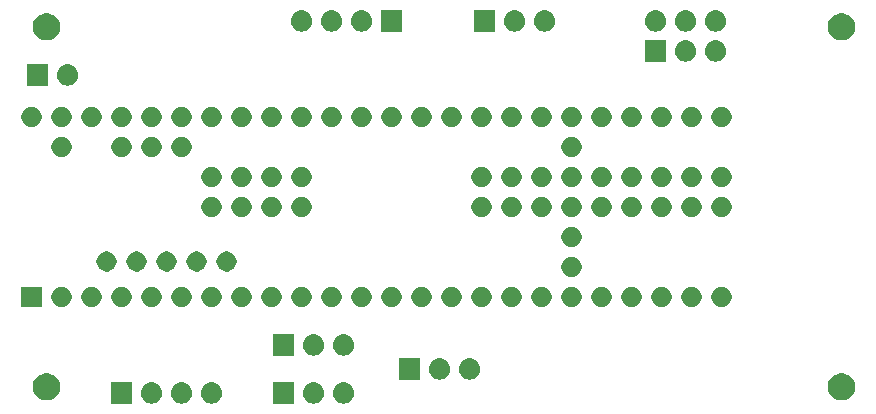
<source format=gbr>
G04 #@! TF.GenerationSoftware,KiCad,Pcbnew,(5.0.2)-1*
G04 #@! TF.CreationDate,2019-02-13T01:18:52+00:00*
G04 #@! TF.ProjectId,TeensyBikeShield,5465656e-7379-4426-996b-65536869656c,rev?*
G04 #@! TF.SameCoordinates,Original*
G04 #@! TF.FileFunction,Soldermask,Bot*
G04 #@! TF.FilePolarity,Negative*
%FSLAX46Y46*%
G04 Gerber Fmt 4.6, Leading zero omitted, Abs format (unit mm)*
G04 Created by KiCad (PCBNEW (5.0.2)-1) date 13/02/2019 01:18:52*
%MOMM*%
%LPD*%
G01*
G04 APERTURE LIST*
%ADD10C,0.100000*%
G04 APERTURE END LIST*
D10*
G36*
X51447000Y-54749000D02*
X49645000Y-54749000D01*
X49645000Y-52947000D01*
X51447000Y-52947000D01*
X51447000Y-54749000D01*
X51447000Y-54749000D01*
G37*
G36*
X55736443Y-52953519D02*
X55802627Y-52960037D01*
X55915853Y-52994384D01*
X55972467Y-53011557D01*
X56111087Y-53085652D01*
X56128991Y-53095222D01*
X56164729Y-53124552D01*
X56266186Y-53207814D01*
X56349448Y-53309271D01*
X56378778Y-53345009D01*
X56378779Y-53345011D01*
X56462443Y-53501533D01*
X56462443Y-53501534D01*
X56513963Y-53671373D01*
X56531359Y-53848000D01*
X56513963Y-54024627D01*
X56499070Y-54073723D01*
X56462443Y-54194467D01*
X56441290Y-54234040D01*
X56378778Y-54350991D01*
X56371382Y-54360003D01*
X56266186Y-54488186D01*
X56164729Y-54571448D01*
X56128991Y-54600778D01*
X56128989Y-54600779D01*
X55972467Y-54684443D01*
X55915853Y-54701616D01*
X55802627Y-54735963D01*
X55736442Y-54742482D01*
X55670260Y-54749000D01*
X55581740Y-54749000D01*
X55515558Y-54742482D01*
X55449373Y-54735963D01*
X55336147Y-54701616D01*
X55279533Y-54684443D01*
X55123011Y-54600779D01*
X55123009Y-54600778D01*
X55087271Y-54571448D01*
X54985814Y-54488186D01*
X54880618Y-54360003D01*
X54873222Y-54350991D01*
X54810710Y-54234040D01*
X54789557Y-54194467D01*
X54752930Y-54073723D01*
X54738037Y-54024627D01*
X54720641Y-53848000D01*
X54738037Y-53671373D01*
X54789557Y-53501534D01*
X54789557Y-53501533D01*
X54873221Y-53345011D01*
X54873222Y-53345009D01*
X54902552Y-53309271D01*
X54985814Y-53207814D01*
X55087271Y-53124552D01*
X55123009Y-53095222D01*
X55140913Y-53085652D01*
X55279533Y-53011557D01*
X55336147Y-52994384D01*
X55449373Y-52960037D01*
X55515557Y-52953519D01*
X55581740Y-52947000D01*
X55670260Y-52947000D01*
X55736443Y-52953519D01*
X55736443Y-52953519D01*
G37*
G36*
X44560443Y-52953519D02*
X44626627Y-52960037D01*
X44739853Y-52994384D01*
X44796467Y-53011557D01*
X44935087Y-53085652D01*
X44952991Y-53095222D01*
X44988729Y-53124552D01*
X45090186Y-53207814D01*
X45173448Y-53309271D01*
X45202778Y-53345009D01*
X45202779Y-53345011D01*
X45286443Y-53501533D01*
X45286443Y-53501534D01*
X45337963Y-53671373D01*
X45355359Y-53848000D01*
X45337963Y-54024627D01*
X45323070Y-54073723D01*
X45286443Y-54194467D01*
X45265290Y-54234040D01*
X45202778Y-54350991D01*
X45195382Y-54360003D01*
X45090186Y-54488186D01*
X44988729Y-54571448D01*
X44952991Y-54600778D01*
X44952989Y-54600779D01*
X44796467Y-54684443D01*
X44739853Y-54701616D01*
X44626627Y-54735963D01*
X44560442Y-54742482D01*
X44494260Y-54749000D01*
X44405740Y-54749000D01*
X44339558Y-54742482D01*
X44273373Y-54735963D01*
X44160147Y-54701616D01*
X44103533Y-54684443D01*
X43947011Y-54600779D01*
X43947009Y-54600778D01*
X43911271Y-54571448D01*
X43809814Y-54488186D01*
X43704618Y-54360003D01*
X43697222Y-54350991D01*
X43634710Y-54234040D01*
X43613557Y-54194467D01*
X43576930Y-54073723D01*
X43562037Y-54024627D01*
X43544641Y-53848000D01*
X43562037Y-53671373D01*
X43613557Y-53501534D01*
X43613557Y-53501533D01*
X43697221Y-53345011D01*
X43697222Y-53345009D01*
X43726552Y-53309271D01*
X43809814Y-53207814D01*
X43911271Y-53124552D01*
X43947009Y-53095222D01*
X43964913Y-53085652D01*
X44103533Y-53011557D01*
X44160147Y-52994384D01*
X44273373Y-52960037D01*
X44339557Y-52953519D01*
X44405740Y-52947000D01*
X44494260Y-52947000D01*
X44560443Y-52953519D01*
X44560443Y-52953519D01*
G37*
G36*
X42020443Y-52953519D02*
X42086627Y-52960037D01*
X42199853Y-52994384D01*
X42256467Y-53011557D01*
X42395087Y-53085652D01*
X42412991Y-53095222D01*
X42448729Y-53124552D01*
X42550186Y-53207814D01*
X42633448Y-53309271D01*
X42662778Y-53345009D01*
X42662779Y-53345011D01*
X42746443Y-53501533D01*
X42746443Y-53501534D01*
X42797963Y-53671373D01*
X42815359Y-53848000D01*
X42797963Y-54024627D01*
X42783070Y-54073723D01*
X42746443Y-54194467D01*
X42725290Y-54234040D01*
X42662778Y-54350991D01*
X42655382Y-54360003D01*
X42550186Y-54488186D01*
X42448729Y-54571448D01*
X42412991Y-54600778D01*
X42412989Y-54600779D01*
X42256467Y-54684443D01*
X42199853Y-54701616D01*
X42086627Y-54735963D01*
X42020442Y-54742482D01*
X41954260Y-54749000D01*
X41865740Y-54749000D01*
X41799558Y-54742482D01*
X41733373Y-54735963D01*
X41620147Y-54701616D01*
X41563533Y-54684443D01*
X41407011Y-54600779D01*
X41407009Y-54600778D01*
X41371271Y-54571448D01*
X41269814Y-54488186D01*
X41164618Y-54360003D01*
X41157222Y-54350991D01*
X41094710Y-54234040D01*
X41073557Y-54194467D01*
X41036930Y-54073723D01*
X41022037Y-54024627D01*
X41004641Y-53848000D01*
X41022037Y-53671373D01*
X41073557Y-53501534D01*
X41073557Y-53501533D01*
X41157221Y-53345011D01*
X41157222Y-53345009D01*
X41186552Y-53309271D01*
X41269814Y-53207814D01*
X41371271Y-53124552D01*
X41407009Y-53095222D01*
X41424913Y-53085652D01*
X41563533Y-53011557D01*
X41620147Y-52994384D01*
X41733373Y-52960037D01*
X41799557Y-52953519D01*
X41865740Y-52947000D01*
X41954260Y-52947000D01*
X42020443Y-52953519D01*
X42020443Y-52953519D01*
G37*
G36*
X39480443Y-52953519D02*
X39546627Y-52960037D01*
X39659853Y-52994384D01*
X39716467Y-53011557D01*
X39855087Y-53085652D01*
X39872991Y-53095222D01*
X39908729Y-53124552D01*
X40010186Y-53207814D01*
X40093448Y-53309271D01*
X40122778Y-53345009D01*
X40122779Y-53345011D01*
X40206443Y-53501533D01*
X40206443Y-53501534D01*
X40257963Y-53671373D01*
X40275359Y-53848000D01*
X40257963Y-54024627D01*
X40243070Y-54073723D01*
X40206443Y-54194467D01*
X40185290Y-54234040D01*
X40122778Y-54350991D01*
X40115382Y-54360003D01*
X40010186Y-54488186D01*
X39908729Y-54571448D01*
X39872991Y-54600778D01*
X39872989Y-54600779D01*
X39716467Y-54684443D01*
X39659853Y-54701616D01*
X39546627Y-54735963D01*
X39480442Y-54742482D01*
X39414260Y-54749000D01*
X39325740Y-54749000D01*
X39259558Y-54742482D01*
X39193373Y-54735963D01*
X39080147Y-54701616D01*
X39023533Y-54684443D01*
X38867011Y-54600779D01*
X38867009Y-54600778D01*
X38831271Y-54571448D01*
X38729814Y-54488186D01*
X38624618Y-54360003D01*
X38617222Y-54350991D01*
X38554710Y-54234040D01*
X38533557Y-54194467D01*
X38496930Y-54073723D01*
X38482037Y-54024627D01*
X38464641Y-53848000D01*
X38482037Y-53671373D01*
X38533557Y-53501534D01*
X38533557Y-53501533D01*
X38617221Y-53345011D01*
X38617222Y-53345009D01*
X38646552Y-53309271D01*
X38729814Y-53207814D01*
X38831271Y-53124552D01*
X38867009Y-53095222D01*
X38884913Y-53085652D01*
X39023533Y-53011557D01*
X39080147Y-52994384D01*
X39193373Y-52960037D01*
X39259557Y-52953519D01*
X39325740Y-52947000D01*
X39414260Y-52947000D01*
X39480443Y-52953519D01*
X39480443Y-52953519D01*
G37*
G36*
X37731000Y-54749000D02*
X35929000Y-54749000D01*
X35929000Y-52947000D01*
X37731000Y-52947000D01*
X37731000Y-54749000D01*
X37731000Y-54749000D01*
G37*
G36*
X53196443Y-52953519D02*
X53262627Y-52960037D01*
X53375853Y-52994384D01*
X53432467Y-53011557D01*
X53571087Y-53085652D01*
X53588991Y-53095222D01*
X53624729Y-53124552D01*
X53726186Y-53207814D01*
X53809448Y-53309271D01*
X53838778Y-53345009D01*
X53838779Y-53345011D01*
X53922443Y-53501533D01*
X53922443Y-53501534D01*
X53973963Y-53671373D01*
X53991359Y-53848000D01*
X53973963Y-54024627D01*
X53959070Y-54073723D01*
X53922443Y-54194467D01*
X53901290Y-54234040D01*
X53838778Y-54350991D01*
X53831382Y-54360003D01*
X53726186Y-54488186D01*
X53624729Y-54571448D01*
X53588991Y-54600778D01*
X53588989Y-54600779D01*
X53432467Y-54684443D01*
X53375853Y-54701616D01*
X53262627Y-54735963D01*
X53196442Y-54742482D01*
X53130260Y-54749000D01*
X53041740Y-54749000D01*
X52975558Y-54742482D01*
X52909373Y-54735963D01*
X52796147Y-54701616D01*
X52739533Y-54684443D01*
X52583011Y-54600779D01*
X52583009Y-54600778D01*
X52547271Y-54571448D01*
X52445814Y-54488186D01*
X52340618Y-54360003D01*
X52333222Y-54350991D01*
X52270710Y-54234040D01*
X52249557Y-54194467D01*
X52212930Y-54073723D01*
X52198037Y-54024627D01*
X52180641Y-53848000D01*
X52198037Y-53671373D01*
X52249557Y-53501534D01*
X52249557Y-53501533D01*
X52333221Y-53345011D01*
X52333222Y-53345009D01*
X52362552Y-53309271D01*
X52445814Y-53207814D01*
X52547271Y-53124552D01*
X52583009Y-53095222D01*
X52600913Y-53085652D01*
X52739533Y-53011557D01*
X52796147Y-52994384D01*
X52909373Y-52960037D01*
X52975557Y-52953519D01*
X53041740Y-52947000D01*
X53130260Y-52947000D01*
X53196443Y-52953519D01*
X53196443Y-52953519D01*
G37*
G36*
X30815734Y-52233232D02*
X31025202Y-52319996D01*
X31213723Y-52445962D01*
X31374038Y-52606277D01*
X31500004Y-52794798D01*
X31586768Y-53004266D01*
X31631000Y-53226635D01*
X31631000Y-53453365D01*
X31586768Y-53675734D01*
X31500004Y-53885202D01*
X31374038Y-54073723D01*
X31213723Y-54234038D01*
X31025202Y-54360004D01*
X30815734Y-54446768D01*
X30593365Y-54491000D01*
X30366635Y-54491000D01*
X30144266Y-54446768D01*
X29934798Y-54360004D01*
X29746277Y-54234038D01*
X29585962Y-54073723D01*
X29459996Y-53885202D01*
X29373232Y-53675734D01*
X29329000Y-53453365D01*
X29329000Y-53226635D01*
X29373232Y-53004266D01*
X29459996Y-52794798D01*
X29585962Y-52606277D01*
X29746277Y-52445962D01*
X29934798Y-52319996D01*
X30144266Y-52233232D01*
X30366635Y-52189000D01*
X30593365Y-52189000D01*
X30815734Y-52233232D01*
X30815734Y-52233232D01*
G37*
G36*
X98125734Y-52233232D02*
X98335202Y-52319996D01*
X98523723Y-52445962D01*
X98684038Y-52606277D01*
X98810004Y-52794798D01*
X98896768Y-53004266D01*
X98941000Y-53226635D01*
X98941000Y-53453365D01*
X98896768Y-53675734D01*
X98810004Y-53885202D01*
X98684038Y-54073723D01*
X98523723Y-54234038D01*
X98335202Y-54360004D01*
X98125734Y-54446768D01*
X97903365Y-54491000D01*
X97676635Y-54491000D01*
X97454266Y-54446768D01*
X97244798Y-54360004D01*
X97056277Y-54234038D01*
X96895962Y-54073723D01*
X96769996Y-53885202D01*
X96683232Y-53675734D01*
X96639000Y-53453365D01*
X96639000Y-53226635D01*
X96683232Y-53004266D01*
X96769996Y-52794798D01*
X96895962Y-52606277D01*
X97056277Y-52445962D01*
X97244798Y-52319996D01*
X97454266Y-52233232D01*
X97676635Y-52189000D01*
X97903365Y-52189000D01*
X98125734Y-52233232D01*
X98125734Y-52233232D01*
G37*
G36*
X66404443Y-50921519D02*
X66470627Y-50928037D01*
X66583853Y-50962384D01*
X66640467Y-50979557D01*
X66779087Y-51053652D01*
X66796991Y-51063222D01*
X66832729Y-51092552D01*
X66934186Y-51175814D01*
X67017448Y-51277271D01*
X67046778Y-51313009D01*
X67046779Y-51313011D01*
X67130443Y-51469533D01*
X67130443Y-51469534D01*
X67181963Y-51639373D01*
X67199359Y-51816000D01*
X67181963Y-51992627D01*
X67147616Y-52105853D01*
X67130443Y-52162467D01*
X67056348Y-52301087D01*
X67046778Y-52318991D01*
X67045953Y-52319996D01*
X66934186Y-52456186D01*
X66832729Y-52539448D01*
X66796991Y-52568778D01*
X66796989Y-52568779D01*
X66640467Y-52652443D01*
X66583853Y-52669616D01*
X66470627Y-52703963D01*
X66404443Y-52710481D01*
X66338260Y-52717000D01*
X66249740Y-52717000D01*
X66183558Y-52710482D01*
X66117373Y-52703963D01*
X66004147Y-52669616D01*
X65947533Y-52652443D01*
X65791011Y-52568779D01*
X65791009Y-52568778D01*
X65755271Y-52539448D01*
X65653814Y-52456186D01*
X65542047Y-52319996D01*
X65541222Y-52318991D01*
X65531652Y-52301087D01*
X65457557Y-52162467D01*
X65440384Y-52105853D01*
X65406037Y-51992627D01*
X65388641Y-51816000D01*
X65406037Y-51639373D01*
X65457557Y-51469534D01*
X65457557Y-51469533D01*
X65541221Y-51313011D01*
X65541222Y-51313009D01*
X65570552Y-51277271D01*
X65653814Y-51175814D01*
X65755271Y-51092552D01*
X65791009Y-51063222D01*
X65808913Y-51053652D01*
X65947533Y-50979557D01*
X66004147Y-50962384D01*
X66117373Y-50928037D01*
X66183557Y-50921519D01*
X66249740Y-50915000D01*
X66338260Y-50915000D01*
X66404443Y-50921519D01*
X66404443Y-50921519D01*
G37*
G36*
X63864443Y-50921519D02*
X63930627Y-50928037D01*
X64043853Y-50962384D01*
X64100467Y-50979557D01*
X64239087Y-51053652D01*
X64256991Y-51063222D01*
X64292729Y-51092552D01*
X64394186Y-51175814D01*
X64477448Y-51277271D01*
X64506778Y-51313009D01*
X64506779Y-51313011D01*
X64590443Y-51469533D01*
X64590443Y-51469534D01*
X64641963Y-51639373D01*
X64659359Y-51816000D01*
X64641963Y-51992627D01*
X64607616Y-52105853D01*
X64590443Y-52162467D01*
X64516348Y-52301087D01*
X64506778Y-52318991D01*
X64505953Y-52319996D01*
X64394186Y-52456186D01*
X64292729Y-52539448D01*
X64256991Y-52568778D01*
X64256989Y-52568779D01*
X64100467Y-52652443D01*
X64043853Y-52669616D01*
X63930627Y-52703963D01*
X63864443Y-52710481D01*
X63798260Y-52717000D01*
X63709740Y-52717000D01*
X63643558Y-52710482D01*
X63577373Y-52703963D01*
X63464147Y-52669616D01*
X63407533Y-52652443D01*
X63251011Y-52568779D01*
X63251009Y-52568778D01*
X63215271Y-52539448D01*
X63113814Y-52456186D01*
X63002047Y-52319996D01*
X63001222Y-52318991D01*
X62991652Y-52301087D01*
X62917557Y-52162467D01*
X62900384Y-52105853D01*
X62866037Y-51992627D01*
X62848641Y-51816000D01*
X62866037Y-51639373D01*
X62917557Y-51469534D01*
X62917557Y-51469533D01*
X63001221Y-51313011D01*
X63001222Y-51313009D01*
X63030552Y-51277271D01*
X63113814Y-51175814D01*
X63215271Y-51092552D01*
X63251009Y-51063222D01*
X63268913Y-51053652D01*
X63407533Y-50979557D01*
X63464147Y-50962384D01*
X63577373Y-50928037D01*
X63643557Y-50921519D01*
X63709740Y-50915000D01*
X63798260Y-50915000D01*
X63864443Y-50921519D01*
X63864443Y-50921519D01*
G37*
G36*
X62115000Y-52717000D02*
X60313000Y-52717000D01*
X60313000Y-50915000D01*
X62115000Y-50915000D01*
X62115000Y-52717000D01*
X62115000Y-52717000D01*
G37*
G36*
X53196443Y-48889519D02*
X53262627Y-48896037D01*
X53375853Y-48930384D01*
X53432467Y-48947557D01*
X53571087Y-49021652D01*
X53588991Y-49031222D01*
X53624729Y-49060552D01*
X53726186Y-49143814D01*
X53809448Y-49245271D01*
X53838778Y-49281009D01*
X53838779Y-49281011D01*
X53922443Y-49437533D01*
X53922443Y-49437534D01*
X53973963Y-49607373D01*
X53991359Y-49784000D01*
X53973963Y-49960627D01*
X53939616Y-50073853D01*
X53922443Y-50130467D01*
X53848348Y-50269087D01*
X53838778Y-50286991D01*
X53809448Y-50322729D01*
X53726186Y-50424186D01*
X53624729Y-50507448D01*
X53588991Y-50536778D01*
X53588989Y-50536779D01*
X53432467Y-50620443D01*
X53375853Y-50637616D01*
X53262627Y-50671963D01*
X53196443Y-50678481D01*
X53130260Y-50685000D01*
X53041740Y-50685000D01*
X52975557Y-50678481D01*
X52909373Y-50671963D01*
X52796147Y-50637616D01*
X52739533Y-50620443D01*
X52583011Y-50536779D01*
X52583009Y-50536778D01*
X52547271Y-50507448D01*
X52445814Y-50424186D01*
X52362552Y-50322729D01*
X52333222Y-50286991D01*
X52323652Y-50269087D01*
X52249557Y-50130467D01*
X52232384Y-50073853D01*
X52198037Y-49960627D01*
X52180641Y-49784000D01*
X52198037Y-49607373D01*
X52249557Y-49437534D01*
X52249557Y-49437533D01*
X52333221Y-49281011D01*
X52333222Y-49281009D01*
X52362552Y-49245271D01*
X52445814Y-49143814D01*
X52547271Y-49060552D01*
X52583009Y-49031222D01*
X52600913Y-49021652D01*
X52739533Y-48947557D01*
X52796147Y-48930384D01*
X52909373Y-48896037D01*
X52975557Y-48889519D01*
X53041740Y-48883000D01*
X53130260Y-48883000D01*
X53196443Y-48889519D01*
X53196443Y-48889519D01*
G37*
G36*
X55736443Y-48889519D02*
X55802627Y-48896037D01*
X55915853Y-48930384D01*
X55972467Y-48947557D01*
X56111087Y-49021652D01*
X56128991Y-49031222D01*
X56164729Y-49060552D01*
X56266186Y-49143814D01*
X56349448Y-49245271D01*
X56378778Y-49281009D01*
X56378779Y-49281011D01*
X56462443Y-49437533D01*
X56462443Y-49437534D01*
X56513963Y-49607373D01*
X56531359Y-49784000D01*
X56513963Y-49960627D01*
X56479616Y-50073853D01*
X56462443Y-50130467D01*
X56388348Y-50269087D01*
X56378778Y-50286991D01*
X56349448Y-50322729D01*
X56266186Y-50424186D01*
X56164729Y-50507448D01*
X56128991Y-50536778D01*
X56128989Y-50536779D01*
X55972467Y-50620443D01*
X55915853Y-50637616D01*
X55802627Y-50671963D01*
X55736443Y-50678481D01*
X55670260Y-50685000D01*
X55581740Y-50685000D01*
X55515557Y-50678481D01*
X55449373Y-50671963D01*
X55336147Y-50637616D01*
X55279533Y-50620443D01*
X55123011Y-50536779D01*
X55123009Y-50536778D01*
X55087271Y-50507448D01*
X54985814Y-50424186D01*
X54902552Y-50322729D01*
X54873222Y-50286991D01*
X54863652Y-50269087D01*
X54789557Y-50130467D01*
X54772384Y-50073853D01*
X54738037Y-49960627D01*
X54720641Y-49784000D01*
X54738037Y-49607373D01*
X54789557Y-49437534D01*
X54789557Y-49437533D01*
X54873221Y-49281011D01*
X54873222Y-49281009D01*
X54902552Y-49245271D01*
X54985814Y-49143814D01*
X55087271Y-49060552D01*
X55123009Y-49031222D01*
X55140913Y-49021652D01*
X55279533Y-48947557D01*
X55336147Y-48930384D01*
X55449373Y-48896037D01*
X55515557Y-48889519D01*
X55581740Y-48883000D01*
X55670260Y-48883000D01*
X55736443Y-48889519D01*
X55736443Y-48889519D01*
G37*
G36*
X51447000Y-50685000D02*
X49645000Y-50685000D01*
X49645000Y-48883000D01*
X51447000Y-48883000D01*
X51447000Y-50685000D01*
X51447000Y-50685000D01*
G37*
G36*
X65018228Y-44901703D02*
X65173100Y-44965853D01*
X65312481Y-45058985D01*
X65431015Y-45177519D01*
X65524147Y-45316900D01*
X65588297Y-45471772D01*
X65621000Y-45636184D01*
X65621000Y-45803816D01*
X65588297Y-45968228D01*
X65524147Y-46123100D01*
X65431015Y-46262481D01*
X65312481Y-46381015D01*
X65173100Y-46474147D01*
X65018228Y-46538297D01*
X64853816Y-46571000D01*
X64686184Y-46571000D01*
X64521772Y-46538297D01*
X64366900Y-46474147D01*
X64227519Y-46381015D01*
X64108985Y-46262481D01*
X64015853Y-46123100D01*
X63951703Y-45968228D01*
X63919000Y-45803816D01*
X63919000Y-45636184D01*
X63951703Y-45471772D01*
X64015853Y-45316900D01*
X64108985Y-45177519D01*
X64227519Y-45058985D01*
X64366900Y-44965853D01*
X64521772Y-44901703D01*
X64686184Y-44869000D01*
X64853816Y-44869000D01*
X65018228Y-44901703D01*
X65018228Y-44901703D01*
G37*
G36*
X87878228Y-44901703D02*
X88033100Y-44965853D01*
X88172481Y-45058985D01*
X88291015Y-45177519D01*
X88384147Y-45316900D01*
X88448297Y-45471772D01*
X88481000Y-45636184D01*
X88481000Y-45803816D01*
X88448297Y-45968228D01*
X88384147Y-46123100D01*
X88291015Y-46262481D01*
X88172481Y-46381015D01*
X88033100Y-46474147D01*
X87878228Y-46538297D01*
X87713816Y-46571000D01*
X87546184Y-46571000D01*
X87381772Y-46538297D01*
X87226900Y-46474147D01*
X87087519Y-46381015D01*
X86968985Y-46262481D01*
X86875853Y-46123100D01*
X86811703Y-45968228D01*
X86779000Y-45803816D01*
X86779000Y-45636184D01*
X86811703Y-45471772D01*
X86875853Y-45316900D01*
X86968985Y-45177519D01*
X87087519Y-45058985D01*
X87226900Y-44965853D01*
X87381772Y-44901703D01*
X87546184Y-44869000D01*
X87713816Y-44869000D01*
X87878228Y-44901703D01*
X87878228Y-44901703D01*
G37*
G36*
X85338228Y-44901703D02*
X85493100Y-44965853D01*
X85632481Y-45058985D01*
X85751015Y-45177519D01*
X85844147Y-45316900D01*
X85908297Y-45471772D01*
X85941000Y-45636184D01*
X85941000Y-45803816D01*
X85908297Y-45968228D01*
X85844147Y-46123100D01*
X85751015Y-46262481D01*
X85632481Y-46381015D01*
X85493100Y-46474147D01*
X85338228Y-46538297D01*
X85173816Y-46571000D01*
X85006184Y-46571000D01*
X84841772Y-46538297D01*
X84686900Y-46474147D01*
X84547519Y-46381015D01*
X84428985Y-46262481D01*
X84335853Y-46123100D01*
X84271703Y-45968228D01*
X84239000Y-45803816D01*
X84239000Y-45636184D01*
X84271703Y-45471772D01*
X84335853Y-45316900D01*
X84428985Y-45177519D01*
X84547519Y-45058985D01*
X84686900Y-44965853D01*
X84841772Y-44901703D01*
X85006184Y-44869000D01*
X85173816Y-44869000D01*
X85338228Y-44901703D01*
X85338228Y-44901703D01*
G37*
G36*
X82798228Y-44901703D02*
X82953100Y-44965853D01*
X83092481Y-45058985D01*
X83211015Y-45177519D01*
X83304147Y-45316900D01*
X83368297Y-45471772D01*
X83401000Y-45636184D01*
X83401000Y-45803816D01*
X83368297Y-45968228D01*
X83304147Y-46123100D01*
X83211015Y-46262481D01*
X83092481Y-46381015D01*
X82953100Y-46474147D01*
X82798228Y-46538297D01*
X82633816Y-46571000D01*
X82466184Y-46571000D01*
X82301772Y-46538297D01*
X82146900Y-46474147D01*
X82007519Y-46381015D01*
X81888985Y-46262481D01*
X81795853Y-46123100D01*
X81731703Y-45968228D01*
X81699000Y-45803816D01*
X81699000Y-45636184D01*
X81731703Y-45471772D01*
X81795853Y-45316900D01*
X81888985Y-45177519D01*
X82007519Y-45058985D01*
X82146900Y-44965853D01*
X82301772Y-44901703D01*
X82466184Y-44869000D01*
X82633816Y-44869000D01*
X82798228Y-44901703D01*
X82798228Y-44901703D01*
G37*
G36*
X80258228Y-44901703D02*
X80413100Y-44965853D01*
X80552481Y-45058985D01*
X80671015Y-45177519D01*
X80764147Y-45316900D01*
X80828297Y-45471772D01*
X80861000Y-45636184D01*
X80861000Y-45803816D01*
X80828297Y-45968228D01*
X80764147Y-46123100D01*
X80671015Y-46262481D01*
X80552481Y-46381015D01*
X80413100Y-46474147D01*
X80258228Y-46538297D01*
X80093816Y-46571000D01*
X79926184Y-46571000D01*
X79761772Y-46538297D01*
X79606900Y-46474147D01*
X79467519Y-46381015D01*
X79348985Y-46262481D01*
X79255853Y-46123100D01*
X79191703Y-45968228D01*
X79159000Y-45803816D01*
X79159000Y-45636184D01*
X79191703Y-45471772D01*
X79255853Y-45316900D01*
X79348985Y-45177519D01*
X79467519Y-45058985D01*
X79606900Y-44965853D01*
X79761772Y-44901703D01*
X79926184Y-44869000D01*
X80093816Y-44869000D01*
X80258228Y-44901703D01*
X80258228Y-44901703D01*
G37*
G36*
X62478228Y-44901703D02*
X62633100Y-44965853D01*
X62772481Y-45058985D01*
X62891015Y-45177519D01*
X62984147Y-45316900D01*
X63048297Y-45471772D01*
X63081000Y-45636184D01*
X63081000Y-45803816D01*
X63048297Y-45968228D01*
X62984147Y-46123100D01*
X62891015Y-46262481D01*
X62772481Y-46381015D01*
X62633100Y-46474147D01*
X62478228Y-46538297D01*
X62313816Y-46571000D01*
X62146184Y-46571000D01*
X61981772Y-46538297D01*
X61826900Y-46474147D01*
X61687519Y-46381015D01*
X61568985Y-46262481D01*
X61475853Y-46123100D01*
X61411703Y-45968228D01*
X61379000Y-45803816D01*
X61379000Y-45636184D01*
X61411703Y-45471772D01*
X61475853Y-45316900D01*
X61568985Y-45177519D01*
X61687519Y-45058985D01*
X61826900Y-44965853D01*
X61981772Y-44901703D01*
X62146184Y-44869000D01*
X62313816Y-44869000D01*
X62478228Y-44901703D01*
X62478228Y-44901703D01*
G37*
G36*
X67558228Y-44901703D02*
X67713100Y-44965853D01*
X67852481Y-45058985D01*
X67971015Y-45177519D01*
X68064147Y-45316900D01*
X68128297Y-45471772D01*
X68161000Y-45636184D01*
X68161000Y-45803816D01*
X68128297Y-45968228D01*
X68064147Y-46123100D01*
X67971015Y-46262481D01*
X67852481Y-46381015D01*
X67713100Y-46474147D01*
X67558228Y-46538297D01*
X67393816Y-46571000D01*
X67226184Y-46571000D01*
X67061772Y-46538297D01*
X66906900Y-46474147D01*
X66767519Y-46381015D01*
X66648985Y-46262481D01*
X66555853Y-46123100D01*
X66491703Y-45968228D01*
X66459000Y-45803816D01*
X66459000Y-45636184D01*
X66491703Y-45471772D01*
X66555853Y-45316900D01*
X66648985Y-45177519D01*
X66767519Y-45058985D01*
X66906900Y-44965853D01*
X67061772Y-44901703D01*
X67226184Y-44869000D01*
X67393816Y-44869000D01*
X67558228Y-44901703D01*
X67558228Y-44901703D01*
G37*
G36*
X77718228Y-44901703D02*
X77873100Y-44965853D01*
X78012481Y-45058985D01*
X78131015Y-45177519D01*
X78224147Y-45316900D01*
X78288297Y-45471772D01*
X78321000Y-45636184D01*
X78321000Y-45803816D01*
X78288297Y-45968228D01*
X78224147Y-46123100D01*
X78131015Y-46262481D01*
X78012481Y-46381015D01*
X77873100Y-46474147D01*
X77718228Y-46538297D01*
X77553816Y-46571000D01*
X77386184Y-46571000D01*
X77221772Y-46538297D01*
X77066900Y-46474147D01*
X76927519Y-46381015D01*
X76808985Y-46262481D01*
X76715853Y-46123100D01*
X76651703Y-45968228D01*
X76619000Y-45803816D01*
X76619000Y-45636184D01*
X76651703Y-45471772D01*
X76715853Y-45316900D01*
X76808985Y-45177519D01*
X76927519Y-45058985D01*
X77066900Y-44965853D01*
X77221772Y-44901703D01*
X77386184Y-44869000D01*
X77553816Y-44869000D01*
X77718228Y-44901703D01*
X77718228Y-44901703D01*
G37*
G36*
X75178228Y-44901703D02*
X75333100Y-44965853D01*
X75472481Y-45058985D01*
X75591015Y-45177519D01*
X75684147Y-45316900D01*
X75748297Y-45471772D01*
X75781000Y-45636184D01*
X75781000Y-45803816D01*
X75748297Y-45968228D01*
X75684147Y-46123100D01*
X75591015Y-46262481D01*
X75472481Y-46381015D01*
X75333100Y-46474147D01*
X75178228Y-46538297D01*
X75013816Y-46571000D01*
X74846184Y-46571000D01*
X74681772Y-46538297D01*
X74526900Y-46474147D01*
X74387519Y-46381015D01*
X74268985Y-46262481D01*
X74175853Y-46123100D01*
X74111703Y-45968228D01*
X74079000Y-45803816D01*
X74079000Y-45636184D01*
X74111703Y-45471772D01*
X74175853Y-45316900D01*
X74268985Y-45177519D01*
X74387519Y-45058985D01*
X74526900Y-44965853D01*
X74681772Y-44901703D01*
X74846184Y-44869000D01*
X75013816Y-44869000D01*
X75178228Y-44901703D01*
X75178228Y-44901703D01*
G37*
G36*
X72638228Y-44901703D02*
X72793100Y-44965853D01*
X72932481Y-45058985D01*
X73051015Y-45177519D01*
X73144147Y-45316900D01*
X73208297Y-45471772D01*
X73241000Y-45636184D01*
X73241000Y-45803816D01*
X73208297Y-45968228D01*
X73144147Y-46123100D01*
X73051015Y-46262481D01*
X72932481Y-46381015D01*
X72793100Y-46474147D01*
X72638228Y-46538297D01*
X72473816Y-46571000D01*
X72306184Y-46571000D01*
X72141772Y-46538297D01*
X71986900Y-46474147D01*
X71847519Y-46381015D01*
X71728985Y-46262481D01*
X71635853Y-46123100D01*
X71571703Y-45968228D01*
X71539000Y-45803816D01*
X71539000Y-45636184D01*
X71571703Y-45471772D01*
X71635853Y-45316900D01*
X71728985Y-45177519D01*
X71847519Y-45058985D01*
X71986900Y-44965853D01*
X72141772Y-44901703D01*
X72306184Y-44869000D01*
X72473816Y-44869000D01*
X72638228Y-44901703D01*
X72638228Y-44901703D01*
G37*
G36*
X70098228Y-44901703D02*
X70253100Y-44965853D01*
X70392481Y-45058985D01*
X70511015Y-45177519D01*
X70604147Y-45316900D01*
X70668297Y-45471772D01*
X70701000Y-45636184D01*
X70701000Y-45803816D01*
X70668297Y-45968228D01*
X70604147Y-46123100D01*
X70511015Y-46262481D01*
X70392481Y-46381015D01*
X70253100Y-46474147D01*
X70098228Y-46538297D01*
X69933816Y-46571000D01*
X69766184Y-46571000D01*
X69601772Y-46538297D01*
X69446900Y-46474147D01*
X69307519Y-46381015D01*
X69188985Y-46262481D01*
X69095853Y-46123100D01*
X69031703Y-45968228D01*
X68999000Y-45803816D01*
X68999000Y-45636184D01*
X69031703Y-45471772D01*
X69095853Y-45316900D01*
X69188985Y-45177519D01*
X69307519Y-45058985D01*
X69446900Y-44965853D01*
X69601772Y-44901703D01*
X69766184Y-44869000D01*
X69933816Y-44869000D01*
X70098228Y-44901703D01*
X70098228Y-44901703D01*
G37*
G36*
X57398228Y-44901703D02*
X57553100Y-44965853D01*
X57692481Y-45058985D01*
X57811015Y-45177519D01*
X57904147Y-45316900D01*
X57968297Y-45471772D01*
X58001000Y-45636184D01*
X58001000Y-45803816D01*
X57968297Y-45968228D01*
X57904147Y-46123100D01*
X57811015Y-46262481D01*
X57692481Y-46381015D01*
X57553100Y-46474147D01*
X57398228Y-46538297D01*
X57233816Y-46571000D01*
X57066184Y-46571000D01*
X56901772Y-46538297D01*
X56746900Y-46474147D01*
X56607519Y-46381015D01*
X56488985Y-46262481D01*
X56395853Y-46123100D01*
X56331703Y-45968228D01*
X56299000Y-45803816D01*
X56299000Y-45636184D01*
X56331703Y-45471772D01*
X56395853Y-45316900D01*
X56488985Y-45177519D01*
X56607519Y-45058985D01*
X56746900Y-44965853D01*
X56901772Y-44901703D01*
X57066184Y-44869000D01*
X57233816Y-44869000D01*
X57398228Y-44901703D01*
X57398228Y-44901703D01*
G37*
G36*
X52318228Y-44901703D02*
X52473100Y-44965853D01*
X52612481Y-45058985D01*
X52731015Y-45177519D01*
X52824147Y-45316900D01*
X52888297Y-45471772D01*
X52921000Y-45636184D01*
X52921000Y-45803816D01*
X52888297Y-45968228D01*
X52824147Y-46123100D01*
X52731015Y-46262481D01*
X52612481Y-46381015D01*
X52473100Y-46474147D01*
X52318228Y-46538297D01*
X52153816Y-46571000D01*
X51986184Y-46571000D01*
X51821772Y-46538297D01*
X51666900Y-46474147D01*
X51527519Y-46381015D01*
X51408985Y-46262481D01*
X51315853Y-46123100D01*
X51251703Y-45968228D01*
X51219000Y-45803816D01*
X51219000Y-45636184D01*
X51251703Y-45471772D01*
X51315853Y-45316900D01*
X51408985Y-45177519D01*
X51527519Y-45058985D01*
X51666900Y-44965853D01*
X51821772Y-44901703D01*
X51986184Y-44869000D01*
X52153816Y-44869000D01*
X52318228Y-44901703D01*
X52318228Y-44901703D01*
G37*
G36*
X49778228Y-44901703D02*
X49933100Y-44965853D01*
X50072481Y-45058985D01*
X50191015Y-45177519D01*
X50284147Y-45316900D01*
X50348297Y-45471772D01*
X50381000Y-45636184D01*
X50381000Y-45803816D01*
X50348297Y-45968228D01*
X50284147Y-46123100D01*
X50191015Y-46262481D01*
X50072481Y-46381015D01*
X49933100Y-46474147D01*
X49778228Y-46538297D01*
X49613816Y-46571000D01*
X49446184Y-46571000D01*
X49281772Y-46538297D01*
X49126900Y-46474147D01*
X48987519Y-46381015D01*
X48868985Y-46262481D01*
X48775853Y-46123100D01*
X48711703Y-45968228D01*
X48679000Y-45803816D01*
X48679000Y-45636184D01*
X48711703Y-45471772D01*
X48775853Y-45316900D01*
X48868985Y-45177519D01*
X48987519Y-45058985D01*
X49126900Y-44965853D01*
X49281772Y-44901703D01*
X49446184Y-44869000D01*
X49613816Y-44869000D01*
X49778228Y-44901703D01*
X49778228Y-44901703D01*
G37*
G36*
X47238228Y-44901703D02*
X47393100Y-44965853D01*
X47532481Y-45058985D01*
X47651015Y-45177519D01*
X47744147Y-45316900D01*
X47808297Y-45471772D01*
X47841000Y-45636184D01*
X47841000Y-45803816D01*
X47808297Y-45968228D01*
X47744147Y-46123100D01*
X47651015Y-46262481D01*
X47532481Y-46381015D01*
X47393100Y-46474147D01*
X47238228Y-46538297D01*
X47073816Y-46571000D01*
X46906184Y-46571000D01*
X46741772Y-46538297D01*
X46586900Y-46474147D01*
X46447519Y-46381015D01*
X46328985Y-46262481D01*
X46235853Y-46123100D01*
X46171703Y-45968228D01*
X46139000Y-45803816D01*
X46139000Y-45636184D01*
X46171703Y-45471772D01*
X46235853Y-45316900D01*
X46328985Y-45177519D01*
X46447519Y-45058985D01*
X46586900Y-44965853D01*
X46741772Y-44901703D01*
X46906184Y-44869000D01*
X47073816Y-44869000D01*
X47238228Y-44901703D01*
X47238228Y-44901703D01*
G37*
G36*
X44698228Y-44901703D02*
X44853100Y-44965853D01*
X44992481Y-45058985D01*
X45111015Y-45177519D01*
X45204147Y-45316900D01*
X45268297Y-45471772D01*
X45301000Y-45636184D01*
X45301000Y-45803816D01*
X45268297Y-45968228D01*
X45204147Y-46123100D01*
X45111015Y-46262481D01*
X44992481Y-46381015D01*
X44853100Y-46474147D01*
X44698228Y-46538297D01*
X44533816Y-46571000D01*
X44366184Y-46571000D01*
X44201772Y-46538297D01*
X44046900Y-46474147D01*
X43907519Y-46381015D01*
X43788985Y-46262481D01*
X43695853Y-46123100D01*
X43631703Y-45968228D01*
X43599000Y-45803816D01*
X43599000Y-45636184D01*
X43631703Y-45471772D01*
X43695853Y-45316900D01*
X43788985Y-45177519D01*
X43907519Y-45058985D01*
X44046900Y-44965853D01*
X44201772Y-44901703D01*
X44366184Y-44869000D01*
X44533816Y-44869000D01*
X44698228Y-44901703D01*
X44698228Y-44901703D01*
G37*
G36*
X42158228Y-44901703D02*
X42313100Y-44965853D01*
X42452481Y-45058985D01*
X42571015Y-45177519D01*
X42664147Y-45316900D01*
X42728297Y-45471772D01*
X42761000Y-45636184D01*
X42761000Y-45803816D01*
X42728297Y-45968228D01*
X42664147Y-46123100D01*
X42571015Y-46262481D01*
X42452481Y-46381015D01*
X42313100Y-46474147D01*
X42158228Y-46538297D01*
X41993816Y-46571000D01*
X41826184Y-46571000D01*
X41661772Y-46538297D01*
X41506900Y-46474147D01*
X41367519Y-46381015D01*
X41248985Y-46262481D01*
X41155853Y-46123100D01*
X41091703Y-45968228D01*
X41059000Y-45803816D01*
X41059000Y-45636184D01*
X41091703Y-45471772D01*
X41155853Y-45316900D01*
X41248985Y-45177519D01*
X41367519Y-45058985D01*
X41506900Y-44965853D01*
X41661772Y-44901703D01*
X41826184Y-44869000D01*
X41993816Y-44869000D01*
X42158228Y-44901703D01*
X42158228Y-44901703D01*
G37*
G36*
X54858228Y-44901703D02*
X55013100Y-44965853D01*
X55152481Y-45058985D01*
X55271015Y-45177519D01*
X55364147Y-45316900D01*
X55428297Y-45471772D01*
X55461000Y-45636184D01*
X55461000Y-45803816D01*
X55428297Y-45968228D01*
X55364147Y-46123100D01*
X55271015Y-46262481D01*
X55152481Y-46381015D01*
X55013100Y-46474147D01*
X54858228Y-46538297D01*
X54693816Y-46571000D01*
X54526184Y-46571000D01*
X54361772Y-46538297D01*
X54206900Y-46474147D01*
X54067519Y-46381015D01*
X53948985Y-46262481D01*
X53855853Y-46123100D01*
X53791703Y-45968228D01*
X53759000Y-45803816D01*
X53759000Y-45636184D01*
X53791703Y-45471772D01*
X53855853Y-45316900D01*
X53948985Y-45177519D01*
X54067519Y-45058985D01*
X54206900Y-44965853D01*
X54361772Y-44901703D01*
X54526184Y-44869000D01*
X54693816Y-44869000D01*
X54858228Y-44901703D01*
X54858228Y-44901703D01*
G37*
G36*
X39618228Y-44901703D02*
X39773100Y-44965853D01*
X39912481Y-45058985D01*
X40031015Y-45177519D01*
X40124147Y-45316900D01*
X40188297Y-45471772D01*
X40221000Y-45636184D01*
X40221000Y-45803816D01*
X40188297Y-45968228D01*
X40124147Y-46123100D01*
X40031015Y-46262481D01*
X39912481Y-46381015D01*
X39773100Y-46474147D01*
X39618228Y-46538297D01*
X39453816Y-46571000D01*
X39286184Y-46571000D01*
X39121772Y-46538297D01*
X38966900Y-46474147D01*
X38827519Y-46381015D01*
X38708985Y-46262481D01*
X38615853Y-46123100D01*
X38551703Y-45968228D01*
X38519000Y-45803816D01*
X38519000Y-45636184D01*
X38551703Y-45471772D01*
X38615853Y-45316900D01*
X38708985Y-45177519D01*
X38827519Y-45058985D01*
X38966900Y-44965853D01*
X39121772Y-44901703D01*
X39286184Y-44869000D01*
X39453816Y-44869000D01*
X39618228Y-44901703D01*
X39618228Y-44901703D01*
G37*
G36*
X30061000Y-46571000D02*
X28359000Y-46571000D01*
X28359000Y-44869000D01*
X30061000Y-44869000D01*
X30061000Y-46571000D01*
X30061000Y-46571000D01*
G37*
G36*
X31998228Y-44901703D02*
X32153100Y-44965853D01*
X32292481Y-45058985D01*
X32411015Y-45177519D01*
X32504147Y-45316900D01*
X32568297Y-45471772D01*
X32601000Y-45636184D01*
X32601000Y-45803816D01*
X32568297Y-45968228D01*
X32504147Y-46123100D01*
X32411015Y-46262481D01*
X32292481Y-46381015D01*
X32153100Y-46474147D01*
X31998228Y-46538297D01*
X31833816Y-46571000D01*
X31666184Y-46571000D01*
X31501772Y-46538297D01*
X31346900Y-46474147D01*
X31207519Y-46381015D01*
X31088985Y-46262481D01*
X30995853Y-46123100D01*
X30931703Y-45968228D01*
X30899000Y-45803816D01*
X30899000Y-45636184D01*
X30931703Y-45471772D01*
X30995853Y-45316900D01*
X31088985Y-45177519D01*
X31207519Y-45058985D01*
X31346900Y-44965853D01*
X31501772Y-44901703D01*
X31666184Y-44869000D01*
X31833816Y-44869000D01*
X31998228Y-44901703D01*
X31998228Y-44901703D01*
G37*
G36*
X34538228Y-44901703D02*
X34693100Y-44965853D01*
X34832481Y-45058985D01*
X34951015Y-45177519D01*
X35044147Y-45316900D01*
X35108297Y-45471772D01*
X35141000Y-45636184D01*
X35141000Y-45803816D01*
X35108297Y-45968228D01*
X35044147Y-46123100D01*
X34951015Y-46262481D01*
X34832481Y-46381015D01*
X34693100Y-46474147D01*
X34538228Y-46538297D01*
X34373816Y-46571000D01*
X34206184Y-46571000D01*
X34041772Y-46538297D01*
X33886900Y-46474147D01*
X33747519Y-46381015D01*
X33628985Y-46262481D01*
X33535853Y-46123100D01*
X33471703Y-45968228D01*
X33439000Y-45803816D01*
X33439000Y-45636184D01*
X33471703Y-45471772D01*
X33535853Y-45316900D01*
X33628985Y-45177519D01*
X33747519Y-45058985D01*
X33886900Y-44965853D01*
X34041772Y-44901703D01*
X34206184Y-44869000D01*
X34373816Y-44869000D01*
X34538228Y-44901703D01*
X34538228Y-44901703D01*
G37*
G36*
X37078228Y-44901703D02*
X37233100Y-44965853D01*
X37372481Y-45058985D01*
X37491015Y-45177519D01*
X37584147Y-45316900D01*
X37648297Y-45471772D01*
X37681000Y-45636184D01*
X37681000Y-45803816D01*
X37648297Y-45968228D01*
X37584147Y-46123100D01*
X37491015Y-46262481D01*
X37372481Y-46381015D01*
X37233100Y-46474147D01*
X37078228Y-46538297D01*
X36913816Y-46571000D01*
X36746184Y-46571000D01*
X36581772Y-46538297D01*
X36426900Y-46474147D01*
X36287519Y-46381015D01*
X36168985Y-46262481D01*
X36075853Y-46123100D01*
X36011703Y-45968228D01*
X35979000Y-45803816D01*
X35979000Y-45636184D01*
X36011703Y-45471772D01*
X36075853Y-45316900D01*
X36168985Y-45177519D01*
X36287519Y-45058985D01*
X36426900Y-44965853D01*
X36581772Y-44901703D01*
X36746184Y-44869000D01*
X36913816Y-44869000D01*
X37078228Y-44901703D01*
X37078228Y-44901703D01*
G37*
G36*
X59938228Y-44901703D02*
X60093100Y-44965853D01*
X60232481Y-45058985D01*
X60351015Y-45177519D01*
X60444147Y-45316900D01*
X60508297Y-45471772D01*
X60541000Y-45636184D01*
X60541000Y-45803816D01*
X60508297Y-45968228D01*
X60444147Y-46123100D01*
X60351015Y-46262481D01*
X60232481Y-46381015D01*
X60093100Y-46474147D01*
X59938228Y-46538297D01*
X59773816Y-46571000D01*
X59606184Y-46571000D01*
X59441772Y-46538297D01*
X59286900Y-46474147D01*
X59147519Y-46381015D01*
X59028985Y-46262481D01*
X58935853Y-46123100D01*
X58871703Y-45968228D01*
X58839000Y-45803816D01*
X58839000Y-45636184D01*
X58871703Y-45471772D01*
X58935853Y-45316900D01*
X59028985Y-45177519D01*
X59147519Y-45058985D01*
X59286900Y-44965853D01*
X59441772Y-44901703D01*
X59606184Y-44869000D01*
X59773816Y-44869000D01*
X59938228Y-44901703D01*
X59938228Y-44901703D01*
G37*
G36*
X75178228Y-42361703D02*
X75333100Y-42425853D01*
X75472481Y-42518985D01*
X75591015Y-42637519D01*
X75684147Y-42776900D01*
X75748297Y-42931772D01*
X75781000Y-43096184D01*
X75781000Y-43263816D01*
X75748297Y-43428228D01*
X75684147Y-43583100D01*
X75591015Y-43722481D01*
X75472481Y-43841015D01*
X75333100Y-43934147D01*
X75178228Y-43998297D01*
X75013816Y-44031000D01*
X74846184Y-44031000D01*
X74681772Y-43998297D01*
X74526900Y-43934147D01*
X74387519Y-43841015D01*
X74268985Y-43722481D01*
X74175853Y-43583100D01*
X74111703Y-43428228D01*
X74079000Y-43263816D01*
X74079000Y-43096184D01*
X74111703Y-42931772D01*
X74175853Y-42776900D01*
X74268985Y-42637519D01*
X74387519Y-42518985D01*
X74526900Y-42425853D01*
X74681772Y-42361703D01*
X74846184Y-42329000D01*
X75013816Y-42329000D01*
X75178228Y-42361703D01*
X75178228Y-42361703D01*
G37*
G36*
X45968228Y-41901703D02*
X46123100Y-41965853D01*
X46262481Y-42058985D01*
X46381015Y-42177519D01*
X46474147Y-42316900D01*
X46538297Y-42471772D01*
X46571000Y-42636184D01*
X46571000Y-42803816D01*
X46538297Y-42968228D01*
X46474147Y-43123100D01*
X46381015Y-43262481D01*
X46262481Y-43381015D01*
X46123100Y-43474147D01*
X45968228Y-43538297D01*
X45803816Y-43571000D01*
X45636184Y-43571000D01*
X45471772Y-43538297D01*
X45316900Y-43474147D01*
X45177519Y-43381015D01*
X45058985Y-43262481D01*
X44965853Y-43123100D01*
X44901703Y-42968228D01*
X44869000Y-42803816D01*
X44869000Y-42636184D01*
X44901703Y-42471772D01*
X44965853Y-42316900D01*
X45058985Y-42177519D01*
X45177519Y-42058985D01*
X45316900Y-41965853D01*
X45471772Y-41901703D01*
X45636184Y-41869000D01*
X45803816Y-41869000D01*
X45968228Y-41901703D01*
X45968228Y-41901703D01*
G37*
G36*
X43428228Y-41901703D02*
X43583100Y-41965853D01*
X43722481Y-42058985D01*
X43841015Y-42177519D01*
X43934147Y-42316900D01*
X43998297Y-42471772D01*
X44031000Y-42636184D01*
X44031000Y-42803816D01*
X43998297Y-42968228D01*
X43934147Y-43123100D01*
X43841015Y-43262481D01*
X43722481Y-43381015D01*
X43583100Y-43474147D01*
X43428228Y-43538297D01*
X43263816Y-43571000D01*
X43096184Y-43571000D01*
X42931772Y-43538297D01*
X42776900Y-43474147D01*
X42637519Y-43381015D01*
X42518985Y-43262481D01*
X42425853Y-43123100D01*
X42361703Y-42968228D01*
X42329000Y-42803816D01*
X42329000Y-42636184D01*
X42361703Y-42471772D01*
X42425853Y-42316900D01*
X42518985Y-42177519D01*
X42637519Y-42058985D01*
X42776900Y-41965853D01*
X42931772Y-41901703D01*
X43096184Y-41869000D01*
X43263816Y-41869000D01*
X43428228Y-41901703D01*
X43428228Y-41901703D01*
G37*
G36*
X35808228Y-41901703D02*
X35963100Y-41965853D01*
X36102481Y-42058985D01*
X36221015Y-42177519D01*
X36314147Y-42316900D01*
X36378297Y-42471772D01*
X36411000Y-42636184D01*
X36411000Y-42803816D01*
X36378297Y-42968228D01*
X36314147Y-43123100D01*
X36221015Y-43262481D01*
X36102481Y-43381015D01*
X35963100Y-43474147D01*
X35808228Y-43538297D01*
X35643816Y-43571000D01*
X35476184Y-43571000D01*
X35311772Y-43538297D01*
X35156900Y-43474147D01*
X35017519Y-43381015D01*
X34898985Y-43262481D01*
X34805853Y-43123100D01*
X34741703Y-42968228D01*
X34709000Y-42803816D01*
X34709000Y-42636184D01*
X34741703Y-42471772D01*
X34805853Y-42316900D01*
X34898985Y-42177519D01*
X35017519Y-42058985D01*
X35156900Y-41965853D01*
X35311772Y-41901703D01*
X35476184Y-41869000D01*
X35643816Y-41869000D01*
X35808228Y-41901703D01*
X35808228Y-41901703D01*
G37*
G36*
X40888228Y-41901703D02*
X41043100Y-41965853D01*
X41182481Y-42058985D01*
X41301015Y-42177519D01*
X41394147Y-42316900D01*
X41458297Y-42471772D01*
X41491000Y-42636184D01*
X41491000Y-42803816D01*
X41458297Y-42968228D01*
X41394147Y-43123100D01*
X41301015Y-43262481D01*
X41182481Y-43381015D01*
X41043100Y-43474147D01*
X40888228Y-43538297D01*
X40723816Y-43571000D01*
X40556184Y-43571000D01*
X40391772Y-43538297D01*
X40236900Y-43474147D01*
X40097519Y-43381015D01*
X39978985Y-43262481D01*
X39885853Y-43123100D01*
X39821703Y-42968228D01*
X39789000Y-42803816D01*
X39789000Y-42636184D01*
X39821703Y-42471772D01*
X39885853Y-42316900D01*
X39978985Y-42177519D01*
X40097519Y-42058985D01*
X40236900Y-41965853D01*
X40391772Y-41901703D01*
X40556184Y-41869000D01*
X40723816Y-41869000D01*
X40888228Y-41901703D01*
X40888228Y-41901703D01*
G37*
G36*
X38348228Y-41901703D02*
X38503100Y-41965853D01*
X38642481Y-42058985D01*
X38761015Y-42177519D01*
X38854147Y-42316900D01*
X38918297Y-42471772D01*
X38951000Y-42636184D01*
X38951000Y-42803816D01*
X38918297Y-42968228D01*
X38854147Y-43123100D01*
X38761015Y-43262481D01*
X38642481Y-43381015D01*
X38503100Y-43474147D01*
X38348228Y-43538297D01*
X38183816Y-43571000D01*
X38016184Y-43571000D01*
X37851772Y-43538297D01*
X37696900Y-43474147D01*
X37557519Y-43381015D01*
X37438985Y-43262481D01*
X37345853Y-43123100D01*
X37281703Y-42968228D01*
X37249000Y-42803816D01*
X37249000Y-42636184D01*
X37281703Y-42471772D01*
X37345853Y-42316900D01*
X37438985Y-42177519D01*
X37557519Y-42058985D01*
X37696900Y-41965853D01*
X37851772Y-41901703D01*
X38016184Y-41869000D01*
X38183816Y-41869000D01*
X38348228Y-41901703D01*
X38348228Y-41901703D01*
G37*
G36*
X75178228Y-39821703D02*
X75333100Y-39885853D01*
X75472481Y-39978985D01*
X75591015Y-40097519D01*
X75684147Y-40236900D01*
X75748297Y-40391772D01*
X75781000Y-40556184D01*
X75781000Y-40723816D01*
X75748297Y-40888228D01*
X75684147Y-41043100D01*
X75591015Y-41182481D01*
X75472481Y-41301015D01*
X75333100Y-41394147D01*
X75178228Y-41458297D01*
X75013816Y-41491000D01*
X74846184Y-41491000D01*
X74681772Y-41458297D01*
X74526900Y-41394147D01*
X74387519Y-41301015D01*
X74268985Y-41182481D01*
X74175853Y-41043100D01*
X74111703Y-40888228D01*
X74079000Y-40723816D01*
X74079000Y-40556184D01*
X74111703Y-40391772D01*
X74175853Y-40236900D01*
X74268985Y-40097519D01*
X74387519Y-39978985D01*
X74526900Y-39885853D01*
X74681772Y-39821703D01*
X74846184Y-39789000D01*
X75013816Y-39789000D01*
X75178228Y-39821703D01*
X75178228Y-39821703D01*
G37*
G36*
X82798228Y-37281703D02*
X82953100Y-37345853D01*
X83092481Y-37438985D01*
X83211015Y-37557519D01*
X83304147Y-37696900D01*
X83368297Y-37851772D01*
X83401000Y-38016184D01*
X83401000Y-38183816D01*
X83368297Y-38348228D01*
X83304147Y-38503100D01*
X83211015Y-38642481D01*
X83092481Y-38761015D01*
X82953100Y-38854147D01*
X82798228Y-38918297D01*
X82633816Y-38951000D01*
X82466184Y-38951000D01*
X82301772Y-38918297D01*
X82146900Y-38854147D01*
X82007519Y-38761015D01*
X81888985Y-38642481D01*
X81795853Y-38503100D01*
X81731703Y-38348228D01*
X81699000Y-38183816D01*
X81699000Y-38016184D01*
X81731703Y-37851772D01*
X81795853Y-37696900D01*
X81888985Y-37557519D01*
X82007519Y-37438985D01*
X82146900Y-37345853D01*
X82301772Y-37281703D01*
X82466184Y-37249000D01*
X82633816Y-37249000D01*
X82798228Y-37281703D01*
X82798228Y-37281703D01*
G37*
G36*
X72638228Y-37281703D02*
X72793100Y-37345853D01*
X72932481Y-37438985D01*
X73051015Y-37557519D01*
X73144147Y-37696900D01*
X73208297Y-37851772D01*
X73241000Y-38016184D01*
X73241000Y-38183816D01*
X73208297Y-38348228D01*
X73144147Y-38503100D01*
X73051015Y-38642481D01*
X72932481Y-38761015D01*
X72793100Y-38854147D01*
X72638228Y-38918297D01*
X72473816Y-38951000D01*
X72306184Y-38951000D01*
X72141772Y-38918297D01*
X71986900Y-38854147D01*
X71847519Y-38761015D01*
X71728985Y-38642481D01*
X71635853Y-38503100D01*
X71571703Y-38348228D01*
X71539000Y-38183816D01*
X71539000Y-38016184D01*
X71571703Y-37851772D01*
X71635853Y-37696900D01*
X71728985Y-37557519D01*
X71847519Y-37438985D01*
X71986900Y-37345853D01*
X72141772Y-37281703D01*
X72306184Y-37249000D01*
X72473816Y-37249000D01*
X72638228Y-37281703D01*
X72638228Y-37281703D01*
G37*
G36*
X70098228Y-37281703D02*
X70253100Y-37345853D01*
X70392481Y-37438985D01*
X70511015Y-37557519D01*
X70604147Y-37696900D01*
X70668297Y-37851772D01*
X70701000Y-38016184D01*
X70701000Y-38183816D01*
X70668297Y-38348228D01*
X70604147Y-38503100D01*
X70511015Y-38642481D01*
X70392481Y-38761015D01*
X70253100Y-38854147D01*
X70098228Y-38918297D01*
X69933816Y-38951000D01*
X69766184Y-38951000D01*
X69601772Y-38918297D01*
X69446900Y-38854147D01*
X69307519Y-38761015D01*
X69188985Y-38642481D01*
X69095853Y-38503100D01*
X69031703Y-38348228D01*
X68999000Y-38183816D01*
X68999000Y-38016184D01*
X69031703Y-37851772D01*
X69095853Y-37696900D01*
X69188985Y-37557519D01*
X69307519Y-37438985D01*
X69446900Y-37345853D01*
X69601772Y-37281703D01*
X69766184Y-37249000D01*
X69933816Y-37249000D01*
X70098228Y-37281703D01*
X70098228Y-37281703D01*
G37*
G36*
X67558228Y-37281703D02*
X67713100Y-37345853D01*
X67852481Y-37438985D01*
X67971015Y-37557519D01*
X68064147Y-37696900D01*
X68128297Y-37851772D01*
X68161000Y-38016184D01*
X68161000Y-38183816D01*
X68128297Y-38348228D01*
X68064147Y-38503100D01*
X67971015Y-38642481D01*
X67852481Y-38761015D01*
X67713100Y-38854147D01*
X67558228Y-38918297D01*
X67393816Y-38951000D01*
X67226184Y-38951000D01*
X67061772Y-38918297D01*
X66906900Y-38854147D01*
X66767519Y-38761015D01*
X66648985Y-38642481D01*
X66555853Y-38503100D01*
X66491703Y-38348228D01*
X66459000Y-38183816D01*
X66459000Y-38016184D01*
X66491703Y-37851772D01*
X66555853Y-37696900D01*
X66648985Y-37557519D01*
X66767519Y-37438985D01*
X66906900Y-37345853D01*
X67061772Y-37281703D01*
X67226184Y-37249000D01*
X67393816Y-37249000D01*
X67558228Y-37281703D01*
X67558228Y-37281703D01*
G37*
G36*
X52318228Y-37281703D02*
X52473100Y-37345853D01*
X52612481Y-37438985D01*
X52731015Y-37557519D01*
X52824147Y-37696900D01*
X52888297Y-37851772D01*
X52921000Y-38016184D01*
X52921000Y-38183816D01*
X52888297Y-38348228D01*
X52824147Y-38503100D01*
X52731015Y-38642481D01*
X52612481Y-38761015D01*
X52473100Y-38854147D01*
X52318228Y-38918297D01*
X52153816Y-38951000D01*
X51986184Y-38951000D01*
X51821772Y-38918297D01*
X51666900Y-38854147D01*
X51527519Y-38761015D01*
X51408985Y-38642481D01*
X51315853Y-38503100D01*
X51251703Y-38348228D01*
X51219000Y-38183816D01*
X51219000Y-38016184D01*
X51251703Y-37851772D01*
X51315853Y-37696900D01*
X51408985Y-37557519D01*
X51527519Y-37438985D01*
X51666900Y-37345853D01*
X51821772Y-37281703D01*
X51986184Y-37249000D01*
X52153816Y-37249000D01*
X52318228Y-37281703D01*
X52318228Y-37281703D01*
G37*
G36*
X49778228Y-37281703D02*
X49933100Y-37345853D01*
X50072481Y-37438985D01*
X50191015Y-37557519D01*
X50284147Y-37696900D01*
X50348297Y-37851772D01*
X50381000Y-38016184D01*
X50381000Y-38183816D01*
X50348297Y-38348228D01*
X50284147Y-38503100D01*
X50191015Y-38642481D01*
X50072481Y-38761015D01*
X49933100Y-38854147D01*
X49778228Y-38918297D01*
X49613816Y-38951000D01*
X49446184Y-38951000D01*
X49281772Y-38918297D01*
X49126900Y-38854147D01*
X48987519Y-38761015D01*
X48868985Y-38642481D01*
X48775853Y-38503100D01*
X48711703Y-38348228D01*
X48679000Y-38183816D01*
X48679000Y-38016184D01*
X48711703Y-37851772D01*
X48775853Y-37696900D01*
X48868985Y-37557519D01*
X48987519Y-37438985D01*
X49126900Y-37345853D01*
X49281772Y-37281703D01*
X49446184Y-37249000D01*
X49613816Y-37249000D01*
X49778228Y-37281703D01*
X49778228Y-37281703D01*
G37*
G36*
X47238228Y-37281703D02*
X47393100Y-37345853D01*
X47532481Y-37438985D01*
X47651015Y-37557519D01*
X47744147Y-37696900D01*
X47808297Y-37851772D01*
X47841000Y-38016184D01*
X47841000Y-38183816D01*
X47808297Y-38348228D01*
X47744147Y-38503100D01*
X47651015Y-38642481D01*
X47532481Y-38761015D01*
X47393100Y-38854147D01*
X47238228Y-38918297D01*
X47073816Y-38951000D01*
X46906184Y-38951000D01*
X46741772Y-38918297D01*
X46586900Y-38854147D01*
X46447519Y-38761015D01*
X46328985Y-38642481D01*
X46235853Y-38503100D01*
X46171703Y-38348228D01*
X46139000Y-38183816D01*
X46139000Y-38016184D01*
X46171703Y-37851772D01*
X46235853Y-37696900D01*
X46328985Y-37557519D01*
X46447519Y-37438985D01*
X46586900Y-37345853D01*
X46741772Y-37281703D01*
X46906184Y-37249000D01*
X47073816Y-37249000D01*
X47238228Y-37281703D01*
X47238228Y-37281703D01*
G37*
G36*
X44698228Y-37281703D02*
X44853100Y-37345853D01*
X44992481Y-37438985D01*
X45111015Y-37557519D01*
X45204147Y-37696900D01*
X45268297Y-37851772D01*
X45301000Y-38016184D01*
X45301000Y-38183816D01*
X45268297Y-38348228D01*
X45204147Y-38503100D01*
X45111015Y-38642481D01*
X44992481Y-38761015D01*
X44853100Y-38854147D01*
X44698228Y-38918297D01*
X44533816Y-38951000D01*
X44366184Y-38951000D01*
X44201772Y-38918297D01*
X44046900Y-38854147D01*
X43907519Y-38761015D01*
X43788985Y-38642481D01*
X43695853Y-38503100D01*
X43631703Y-38348228D01*
X43599000Y-38183816D01*
X43599000Y-38016184D01*
X43631703Y-37851772D01*
X43695853Y-37696900D01*
X43788985Y-37557519D01*
X43907519Y-37438985D01*
X44046900Y-37345853D01*
X44201772Y-37281703D01*
X44366184Y-37249000D01*
X44533816Y-37249000D01*
X44698228Y-37281703D01*
X44698228Y-37281703D01*
G37*
G36*
X77718228Y-37281703D02*
X77873100Y-37345853D01*
X78012481Y-37438985D01*
X78131015Y-37557519D01*
X78224147Y-37696900D01*
X78288297Y-37851772D01*
X78321000Y-38016184D01*
X78321000Y-38183816D01*
X78288297Y-38348228D01*
X78224147Y-38503100D01*
X78131015Y-38642481D01*
X78012481Y-38761015D01*
X77873100Y-38854147D01*
X77718228Y-38918297D01*
X77553816Y-38951000D01*
X77386184Y-38951000D01*
X77221772Y-38918297D01*
X77066900Y-38854147D01*
X76927519Y-38761015D01*
X76808985Y-38642481D01*
X76715853Y-38503100D01*
X76651703Y-38348228D01*
X76619000Y-38183816D01*
X76619000Y-38016184D01*
X76651703Y-37851772D01*
X76715853Y-37696900D01*
X76808985Y-37557519D01*
X76927519Y-37438985D01*
X77066900Y-37345853D01*
X77221772Y-37281703D01*
X77386184Y-37249000D01*
X77553816Y-37249000D01*
X77718228Y-37281703D01*
X77718228Y-37281703D01*
G37*
G36*
X80258228Y-37281703D02*
X80413100Y-37345853D01*
X80552481Y-37438985D01*
X80671015Y-37557519D01*
X80764147Y-37696900D01*
X80828297Y-37851772D01*
X80861000Y-38016184D01*
X80861000Y-38183816D01*
X80828297Y-38348228D01*
X80764147Y-38503100D01*
X80671015Y-38642481D01*
X80552481Y-38761015D01*
X80413100Y-38854147D01*
X80258228Y-38918297D01*
X80093816Y-38951000D01*
X79926184Y-38951000D01*
X79761772Y-38918297D01*
X79606900Y-38854147D01*
X79467519Y-38761015D01*
X79348985Y-38642481D01*
X79255853Y-38503100D01*
X79191703Y-38348228D01*
X79159000Y-38183816D01*
X79159000Y-38016184D01*
X79191703Y-37851772D01*
X79255853Y-37696900D01*
X79348985Y-37557519D01*
X79467519Y-37438985D01*
X79606900Y-37345853D01*
X79761772Y-37281703D01*
X79926184Y-37249000D01*
X80093816Y-37249000D01*
X80258228Y-37281703D01*
X80258228Y-37281703D01*
G37*
G36*
X75178228Y-37281703D02*
X75333100Y-37345853D01*
X75472481Y-37438985D01*
X75591015Y-37557519D01*
X75684147Y-37696900D01*
X75748297Y-37851772D01*
X75781000Y-38016184D01*
X75781000Y-38183816D01*
X75748297Y-38348228D01*
X75684147Y-38503100D01*
X75591015Y-38642481D01*
X75472481Y-38761015D01*
X75333100Y-38854147D01*
X75178228Y-38918297D01*
X75013816Y-38951000D01*
X74846184Y-38951000D01*
X74681772Y-38918297D01*
X74526900Y-38854147D01*
X74387519Y-38761015D01*
X74268985Y-38642481D01*
X74175853Y-38503100D01*
X74111703Y-38348228D01*
X74079000Y-38183816D01*
X74079000Y-38016184D01*
X74111703Y-37851772D01*
X74175853Y-37696900D01*
X74268985Y-37557519D01*
X74387519Y-37438985D01*
X74526900Y-37345853D01*
X74681772Y-37281703D01*
X74846184Y-37249000D01*
X75013816Y-37249000D01*
X75178228Y-37281703D01*
X75178228Y-37281703D01*
G37*
G36*
X85338228Y-37281703D02*
X85493100Y-37345853D01*
X85632481Y-37438985D01*
X85751015Y-37557519D01*
X85844147Y-37696900D01*
X85908297Y-37851772D01*
X85941000Y-38016184D01*
X85941000Y-38183816D01*
X85908297Y-38348228D01*
X85844147Y-38503100D01*
X85751015Y-38642481D01*
X85632481Y-38761015D01*
X85493100Y-38854147D01*
X85338228Y-38918297D01*
X85173816Y-38951000D01*
X85006184Y-38951000D01*
X84841772Y-38918297D01*
X84686900Y-38854147D01*
X84547519Y-38761015D01*
X84428985Y-38642481D01*
X84335853Y-38503100D01*
X84271703Y-38348228D01*
X84239000Y-38183816D01*
X84239000Y-38016184D01*
X84271703Y-37851772D01*
X84335853Y-37696900D01*
X84428985Y-37557519D01*
X84547519Y-37438985D01*
X84686900Y-37345853D01*
X84841772Y-37281703D01*
X85006184Y-37249000D01*
X85173816Y-37249000D01*
X85338228Y-37281703D01*
X85338228Y-37281703D01*
G37*
G36*
X87878228Y-37281703D02*
X88033100Y-37345853D01*
X88172481Y-37438985D01*
X88291015Y-37557519D01*
X88384147Y-37696900D01*
X88448297Y-37851772D01*
X88481000Y-38016184D01*
X88481000Y-38183816D01*
X88448297Y-38348228D01*
X88384147Y-38503100D01*
X88291015Y-38642481D01*
X88172481Y-38761015D01*
X88033100Y-38854147D01*
X87878228Y-38918297D01*
X87713816Y-38951000D01*
X87546184Y-38951000D01*
X87381772Y-38918297D01*
X87226900Y-38854147D01*
X87087519Y-38761015D01*
X86968985Y-38642481D01*
X86875853Y-38503100D01*
X86811703Y-38348228D01*
X86779000Y-38183816D01*
X86779000Y-38016184D01*
X86811703Y-37851772D01*
X86875853Y-37696900D01*
X86968985Y-37557519D01*
X87087519Y-37438985D01*
X87226900Y-37345853D01*
X87381772Y-37281703D01*
X87546184Y-37249000D01*
X87713816Y-37249000D01*
X87878228Y-37281703D01*
X87878228Y-37281703D01*
G37*
G36*
X47238228Y-34741703D02*
X47393100Y-34805853D01*
X47532481Y-34898985D01*
X47651015Y-35017519D01*
X47744147Y-35156900D01*
X47808297Y-35311772D01*
X47841000Y-35476184D01*
X47841000Y-35643816D01*
X47808297Y-35808228D01*
X47744147Y-35963100D01*
X47651015Y-36102481D01*
X47532481Y-36221015D01*
X47393100Y-36314147D01*
X47238228Y-36378297D01*
X47073816Y-36411000D01*
X46906184Y-36411000D01*
X46741772Y-36378297D01*
X46586900Y-36314147D01*
X46447519Y-36221015D01*
X46328985Y-36102481D01*
X46235853Y-35963100D01*
X46171703Y-35808228D01*
X46139000Y-35643816D01*
X46139000Y-35476184D01*
X46171703Y-35311772D01*
X46235853Y-35156900D01*
X46328985Y-35017519D01*
X46447519Y-34898985D01*
X46586900Y-34805853D01*
X46741772Y-34741703D01*
X46906184Y-34709000D01*
X47073816Y-34709000D01*
X47238228Y-34741703D01*
X47238228Y-34741703D01*
G37*
G36*
X75178228Y-34741703D02*
X75333100Y-34805853D01*
X75472481Y-34898985D01*
X75591015Y-35017519D01*
X75684147Y-35156900D01*
X75748297Y-35311772D01*
X75781000Y-35476184D01*
X75781000Y-35643816D01*
X75748297Y-35808228D01*
X75684147Y-35963100D01*
X75591015Y-36102481D01*
X75472481Y-36221015D01*
X75333100Y-36314147D01*
X75178228Y-36378297D01*
X75013816Y-36411000D01*
X74846184Y-36411000D01*
X74681772Y-36378297D01*
X74526900Y-36314147D01*
X74387519Y-36221015D01*
X74268985Y-36102481D01*
X74175853Y-35963100D01*
X74111703Y-35808228D01*
X74079000Y-35643816D01*
X74079000Y-35476184D01*
X74111703Y-35311772D01*
X74175853Y-35156900D01*
X74268985Y-35017519D01*
X74387519Y-34898985D01*
X74526900Y-34805853D01*
X74681772Y-34741703D01*
X74846184Y-34709000D01*
X75013816Y-34709000D01*
X75178228Y-34741703D01*
X75178228Y-34741703D01*
G37*
G36*
X87878228Y-34741703D02*
X88033100Y-34805853D01*
X88172481Y-34898985D01*
X88291015Y-35017519D01*
X88384147Y-35156900D01*
X88448297Y-35311772D01*
X88481000Y-35476184D01*
X88481000Y-35643816D01*
X88448297Y-35808228D01*
X88384147Y-35963100D01*
X88291015Y-36102481D01*
X88172481Y-36221015D01*
X88033100Y-36314147D01*
X87878228Y-36378297D01*
X87713816Y-36411000D01*
X87546184Y-36411000D01*
X87381772Y-36378297D01*
X87226900Y-36314147D01*
X87087519Y-36221015D01*
X86968985Y-36102481D01*
X86875853Y-35963100D01*
X86811703Y-35808228D01*
X86779000Y-35643816D01*
X86779000Y-35476184D01*
X86811703Y-35311772D01*
X86875853Y-35156900D01*
X86968985Y-35017519D01*
X87087519Y-34898985D01*
X87226900Y-34805853D01*
X87381772Y-34741703D01*
X87546184Y-34709000D01*
X87713816Y-34709000D01*
X87878228Y-34741703D01*
X87878228Y-34741703D01*
G37*
G36*
X85338228Y-34741703D02*
X85493100Y-34805853D01*
X85632481Y-34898985D01*
X85751015Y-35017519D01*
X85844147Y-35156900D01*
X85908297Y-35311772D01*
X85941000Y-35476184D01*
X85941000Y-35643816D01*
X85908297Y-35808228D01*
X85844147Y-35963100D01*
X85751015Y-36102481D01*
X85632481Y-36221015D01*
X85493100Y-36314147D01*
X85338228Y-36378297D01*
X85173816Y-36411000D01*
X85006184Y-36411000D01*
X84841772Y-36378297D01*
X84686900Y-36314147D01*
X84547519Y-36221015D01*
X84428985Y-36102481D01*
X84335853Y-35963100D01*
X84271703Y-35808228D01*
X84239000Y-35643816D01*
X84239000Y-35476184D01*
X84271703Y-35311772D01*
X84335853Y-35156900D01*
X84428985Y-35017519D01*
X84547519Y-34898985D01*
X84686900Y-34805853D01*
X84841772Y-34741703D01*
X85006184Y-34709000D01*
X85173816Y-34709000D01*
X85338228Y-34741703D01*
X85338228Y-34741703D01*
G37*
G36*
X82798228Y-34741703D02*
X82953100Y-34805853D01*
X83092481Y-34898985D01*
X83211015Y-35017519D01*
X83304147Y-35156900D01*
X83368297Y-35311772D01*
X83401000Y-35476184D01*
X83401000Y-35643816D01*
X83368297Y-35808228D01*
X83304147Y-35963100D01*
X83211015Y-36102481D01*
X83092481Y-36221015D01*
X82953100Y-36314147D01*
X82798228Y-36378297D01*
X82633816Y-36411000D01*
X82466184Y-36411000D01*
X82301772Y-36378297D01*
X82146900Y-36314147D01*
X82007519Y-36221015D01*
X81888985Y-36102481D01*
X81795853Y-35963100D01*
X81731703Y-35808228D01*
X81699000Y-35643816D01*
X81699000Y-35476184D01*
X81731703Y-35311772D01*
X81795853Y-35156900D01*
X81888985Y-35017519D01*
X82007519Y-34898985D01*
X82146900Y-34805853D01*
X82301772Y-34741703D01*
X82466184Y-34709000D01*
X82633816Y-34709000D01*
X82798228Y-34741703D01*
X82798228Y-34741703D01*
G37*
G36*
X80258228Y-34741703D02*
X80413100Y-34805853D01*
X80552481Y-34898985D01*
X80671015Y-35017519D01*
X80764147Y-35156900D01*
X80828297Y-35311772D01*
X80861000Y-35476184D01*
X80861000Y-35643816D01*
X80828297Y-35808228D01*
X80764147Y-35963100D01*
X80671015Y-36102481D01*
X80552481Y-36221015D01*
X80413100Y-36314147D01*
X80258228Y-36378297D01*
X80093816Y-36411000D01*
X79926184Y-36411000D01*
X79761772Y-36378297D01*
X79606900Y-36314147D01*
X79467519Y-36221015D01*
X79348985Y-36102481D01*
X79255853Y-35963100D01*
X79191703Y-35808228D01*
X79159000Y-35643816D01*
X79159000Y-35476184D01*
X79191703Y-35311772D01*
X79255853Y-35156900D01*
X79348985Y-35017519D01*
X79467519Y-34898985D01*
X79606900Y-34805853D01*
X79761772Y-34741703D01*
X79926184Y-34709000D01*
X80093816Y-34709000D01*
X80258228Y-34741703D01*
X80258228Y-34741703D01*
G37*
G36*
X77718228Y-34741703D02*
X77873100Y-34805853D01*
X78012481Y-34898985D01*
X78131015Y-35017519D01*
X78224147Y-35156900D01*
X78288297Y-35311772D01*
X78321000Y-35476184D01*
X78321000Y-35643816D01*
X78288297Y-35808228D01*
X78224147Y-35963100D01*
X78131015Y-36102481D01*
X78012481Y-36221015D01*
X77873100Y-36314147D01*
X77718228Y-36378297D01*
X77553816Y-36411000D01*
X77386184Y-36411000D01*
X77221772Y-36378297D01*
X77066900Y-36314147D01*
X76927519Y-36221015D01*
X76808985Y-36102481D01*
X76715853Y-35963100D01*
X76651703Y-35808228D01*
X76619000Y-35643816D01*
X76619000Y-35476184D01*
X76651703Y-35311772D01*
X76715853Y-35156900D01*
X76808985Y-35017519D01*
X76927519Y-34898985D01*
X77066900Y-34805853D01*
X77221772Y-34741703D01*
X77386184Y-34709000D01*
X77553816Y-34709000D01*
X77718228Y-34741703D01*
X77718228Y-34741703D01*
G37*
G36*
X70098228Y-34741703D02*
X70253100Y-34805853D01*
X70392481Y-34898985D01*
X70511015Y-35017519D01*
X70604147Y-35156900D01*
X70668297Y-35311772D01*
X70701000Y-35476184D01*
X70701000Y-35643816D01*
X70668297Y-35808228D01*
X70604147Y-35963100D01*
X70511015Y-36102481D01*
X70392481Y-36221015D01*
X70253100Y-36314147D01*
X70098228Y-36378297D01*
X69933816Y-36411000D01*
X69766184Y-36411000D01*
X69601772Y-36378297D01*
X69446900Y-36314147D01*
X69307519Y-36221015D01*
X69188985Y-36102481D01*
X69095853Y-35963100D01*
X69031703Y-35808228D01*
X68999000Y-35643816D01*
X68999000Y-35476184D01*
X69031703Y-35311772D01*
X69095853Y-35156900D01*
X69188985Y-35017519D01*
X69307519Y-34898985D01*
X69446900Y-34805853D01*
X69601772Y-34741703D01*
X69766184Y-34709000D01*
X69933816Y-34709000D01*
X70098228Y-34741703D01*
X70098228Y-34741703D01*
G37*
G36*
X67558228Y-34741703D02*
X67713100Y-34805853D01*
X67852481Y-34898985D01*
X67971015Y-35017519D01*
X68064147Y-35156900D01*
X68128297Y-35311772D01*
X68161000Y-35476184D01*
X68161000Y-35643816D01*
X68128297Y-35808228D01*
X68064147Y-35963100D01*
X67971015Y-36102481D01*
X67852481Y-36221015D01*
X67713100Y-36314147D01*
X67558228Y-36378297D01*
X67393816Y-36411000D01*
X67226184Y-36411000D01*
X67061772Y-36378297D01*
X66906900Y-36314147D01*
X66767519Y-36221015D01*
X66648985Y-36102481D01*
X66555853Y-35963100D01*
X66491703Y-35808228D01*
X66459000Y-35643816D01*
X66459000Y-35476184D01*
X66491703Y-35311772D01*
X66555853Y-35156900D01*
X66648985Y-35017519D01*
X66767519Y-34898985D01*
X66906900Y-34805853D01*
X67061772Y-34741703D01*
X67226184Y-34709000D01*
X67393816Y-34709000D01*
X67558228Y-34741703D01*
X67558228Y-34741703D01*
G37*
G36*
X52318228Y-34741703D02*
X52473100Y-34805853D01*
X52612481Y-34898985D01*
X52731015Y-35017519D01*
X52824147Y-35156900D01*
X52888297Y-35311772D01*
X52921000Y-35476184D01*
X52921000Y-35643816D01*
X52888297Y-35808228D01*
X52824147Y-35963100D01*
X52731015Y-36102481D01*
X52612481Y-36221015D01*
X52473100Y-36314147D01*
X52318228Y-36378297D01*
X52153816Y-36411000D01*
X51986184Y-36411000D01*
X51821772Y-36378297D01*
X51666900Y-36314147D01*
X51527519Y-36221015D01*
X51408985Y-36102481D01*
X51315853Y-35963100D01*
X51251703Y-35808228D01*
X51219000Y-35643816D01*
X51219000Y-35476184D01*
X51251703Y-35311772D01*
X51315853Y-35156900D01*
X51408985Y-35017519D01*
X51527519Y-34898985D01*
X51666900Y-34805853D01*
X51821772Y-34741703D01*
X51986184Y-34709000D01*
X52153816Y-34709000D01*
X52318228Y-34741703D01*
X52318228Y-34741703D01*
G37*
G36*
X44698228Y-34741703D02*
X44853100Y-34805853D01*
X44992481Y-34898985D01*
X45111015Y-35017519D01*
X45204147Y-35156900D01*
X45268297Y-35311772D01*
X45301000Y-35476184D01*
X45301000Y-35643816D01*
X45268297Y-35808228D01*
X45204147Y-35963100D01*
X45111015Y-36102481D01*
X44992481Y-36221015D01*
X44853100Y-36314147D01*
X44698228Y-36378297D01*
X44533816Y-36411000D01*
X44366184Y-36411000D01*
X44201772Y-36378297D01*
X44046900Y-36314147D01*
X43907519Y-36221015D01*
X43788985Y-36102481D01*
X43695853Y-35963100D01*
X43631703Y-35808228D01*
X43599000Y-35643816D01*
X43599000Y-35476184D01*
X43631703Y-35311772D01*
X43695853Y-35156900D01*
X43788985Y-35017519D01*
X43907519Y-34898985D01*
X44046900Y-34805853D01*
X44201772Y-34741703D01*
X44366184Y-34709000D01*
X44533816Y-34709000D01*
X44698228Y-34741703D01*
X44698228Y-34741703D01*
G37*
G36*
X49778228Y-34741703D02*
X49933100Y-34805853D01*
X50072481Y-34898985D01*
X50191015Y-35017519D01*
X50284147Y-35156900D01*
X50348297Y-35311772D01*
X50381000Y-35476184D01*
X50381000Y-35643816D01*
X50348297Y-35808228D01*
X50284147Y-35963100D01*
X50191015Y-36102481D01*
X50072481Y-36221015D01*
X49933100Y-36314147D01*
X49778228Y-36378297D01*
X49613816Y-36411000D01*
X49446184Y-36411000D01*
X49281772Y-36378297D01*
X49126900Y-36314147D01*
X48987519Y-36221015D01*
X48868985Y-36102481D01*
X48775853Y-35963100D01*
X48711703Y-35808228D01*
X48679000Y-35643816D01*
X48679000Y-35476184D01*
X48711703Y-35311772D01*
X48775853Y-35156900D01*
X48868985Y-35017519D01*
X48987519Y-34898985D01*
X49126900Y-34805853D01*
X49281772Y-34741703D01*
X49446184Y-34709000D01*
X49613816Y-34709000D01*
X49778228Y-34741703D01*
X49778228Y-34741703D01*
G37*
G36*
X72638228Y-34741703D02*
X72793100Y-34805853D01*
X72932481Y-34898985D01*
X73051015Y-35017519D01*
X73144147Y-35156900D01*
X73208297Y-35311772D01*
X73241000Y-35476184D01*
X73241000Y-35643816D01*
X73208297Y-35808228D01*
X73144147Y-35963100D01*
X73051015Y-36102481D01*
X72932481Y-36221015D01*
X72793100Y-36314147D01*
X72638228Y-36378297D01*
X72473816Y-36411000D01*
X72306184Y-36411000D01*
X72141772Y-36378297D01*
X71986900Y-36314147D01*
X71847519Y-36221015D01*
X71728985Y-36102481D01*
X71635853Y-35963100D01*
X71571703Y-35808228D01*
X71539000Y-35643816D01*
X71539000Y-35476184D01*
X71571703Y-35311772D01*
X71635853Y-35156900D01*
X71728985Y-35017519D01*
X71847519Y-34898985D01*
X71986900Y-34805853D01*
X72141772Y-34741703D01*
X72306184Y-34709000D01*
X72473816Y-34709000D01*
X72638228Y-34741703D01*
X72638228Y-34741703D01*
G37*
G36*
X37078228Y-32201703D02*
X37233100Y-32265853D01*
X37372481Y-32358985D01*
X37491015Y-32477519D01*
X37584147Y-32616900D01*
X37648297Y-32771772D01*
X37681000Y-32936184D01*
X37681000Y-33103816D01*
X37648297Y-33268228D01*
X37584147Y-33423100D01*
X37491015Y-33562481D01*
X37372481Y-33681015D01*
X37233100Y-33774147D01*
X37078228Y-33838297D01*
X36913816Y-33871000D01*
X36746184Y-33871000D01*
X36581772Y-33838297D01*
X36426900Y-33774147D01*
X36287519Y-33681015D01*
X36168985Y-33562481D01*
X36075853Y-33423100D01*
X36011703Y-33268228D01*
X35979000Y-33103816D01*
X35979000Y-32936184D01*
X36011703Y-32771772D01*
X36075853Y-32616900D01*
X36168985Y-32477519D01*
X36287519Y-32358985D01*
X36426900Y-32265853D01*
X36581772Y-32201703D01*
X36746184Y-32169000D01*
X36913816Y-32169000D01*
X37078228Y-32201703D01*
X37078228Y-32201703D01*
G37*
G36*
X75178228Y-32201703D02*
X75333100Y-32265853D01*
X75472481Y-32358985D01*
X75591015Y-32477519D01*
X75684147Y-32616900D01*
X75748297Y-32771772D01*
X75781000Y-32936184D01*
X75781000Y-33103816D01*
X75748297Y-33268228D01*
X75684147Y-33423100D01*
X75591015Y-33562481D01*
X75472481Y-33681015D01*
X75333100Y-33774147D01*
X75178228Y-33838297D01*
X75013816Y-33871000D01*
X74846184Y-33871000D01*
X74681772Y-33838297D01*
X74526900Y-33774147D01*
X74387519Y-33681015D01*
X74268985Y-33562481D01*
X74175853Y-33423100D01*
X74111703Y-33268228D01*
X74079000Y-33103816D01*
X74079000Y-32936184D01*
X74111703Y-32771772D01*
X74175853Y-32616900D01*
X74268985Y-32477519D01*
X74387519Y-32358985D01*
X74526900Y-32265853D01*
X74681772Y-32201703D01*
X74846184Y-32169000D01*
X75013816Y-32169000D01*
X75178228Y-32201703D01*
X75178228Y-32201703D01*
G37*
G36*
X42158228Y-32201703D02*
X42313100Y-32265853D01*
X42452481Y-32358985D01*
X42571015Y-32477519D01*
X42664147Y-32616900D01*
X42728297Y-32771772D01*
X42761000Y-32936184D01*
X42761000Y-33103816D01*
X42728297Y-33268228D01*
X42664147Y-33423100D01*
X42571015Y-33562481D01*
X42452481Y-33681015D01*
X42313100Y-33774147D01*
X42158228Y-33838297D01*
X41993816Y-33871000D01*
X41826184Y-33871000D01*
X41661772Y-33838297D01*
X41506900Y-33774147D01*
X41367519Y-33681015D01*
X41248985Y-33562481D01*
X41155853Y-33423100D01*
X41091703Y-33268228D01*
X41059000Y-33103816D01*
X41059000Y-32936184D01*
X41091703Y-32771772D01*
X41155853Y-32616900D01*
X41248985Y-32477519D01*
X41367519Y-32358985D01*
X41506900Y-32265853D01*
X41661772Y-32201703D01*
X41826184Y-32169000D01*
X41993816Y-32169000D01*
X42158228Y-32201703D01*
X42158228Y-32201703D01*
G37*
G36*
X31998228Y-32201703D02*
X32153100Y-32265853D01*
X32292481Y-32358985D01*
X32411015Y-32477519D01*
X32504147Y-32616900D01*
X32568297Y-32771772D01*
X32601000Y-32936184D01*
X32601000Y-33103816D01*
X32568297Y-33268228D01*
X32504147Y-33423100D01*
X32411015Y-33562481D01*
X32292481Y-33681015D01*
X32153100Y-33774147D01*
X31998228Y-33838297D01*
X31833816Y-33871000D01*
X31666184Y-33871000D01*
X31501772Y-33838297D01*
X31346900Y-33774147D01*
X31207519Y-33681015D01*
X31088985Y-33562481D01*
X30995853Y-33423100D01*
X30931703Y-33268228D01*
X30899000Y-33103816D01*
X30899000Y-32936184D01*
X30931703Y-32771772D01*
X30995853Y-32616900D01*
X31088985Y-32477519D01*
X31207519Y-32358985D01*
X31346900Y-32265853D01*
X31501772Y-32201703D01*
X31666184Y-32169000D01*
X31833816Y-32169000D01*
X31998228Y-32201703D01*
X31998228Y-32201703D01*
G37*
G36*
X39618228Y-32201703D02*
X39773100Y-32265853D01*
X39912481Y-32358985D01*
X40031015Y-32477519D01*
X40124147Y-32616900D01*
X40188297Y-32771772D01*
X40221000Y-32936184D01*
X40221000Y-33103816D01*
X40188297Y-33268228D01*
X40124147Y-33423100D01*
X40031015Y-33562481D01*
X39912481Y-33681015D01*
X39773100Y-33774147D01*
X39618228Y-33838297D01*
X39453816Y-33871000D01*
X39286184Y-33871000D01*
X39121772Y-33838297D01*
X38966900Y-33774147D01*
X38827519Y-33681015D01*
X38708985Y-33562481D01*
X38615853Y-33423100D01*
X38551703Y-33268228D01*
X38519000Y-33103816D01*
X38519000Y-32936184D01*
X38551703Y-32771772D01*
X38615853Y-32616900D01*
X38708985Y-32477519D01*
X38827519Y-32358985D01*
X38966900Y-32265853D01*
X39121772Y-32201703D01*
X39286184Y-32169000D01*
X39453816Y-32169000D01*
X39618228Y-32201703D01*
X39618228Y-32201703D01*
G37*
G36*
X31998228Y-29661703D02*
X32153100Y-29725853D01*
X32292481Y-29818985D01*
X32411015Y-29937519D01*
X32504147Y-30076900D01*
X32568297Y-30231772D01*
X32601000Y-30396184D01*
X32601000Y-30563816D01*
X32568297Y-30728228D01*
X32504147Y-30883100D01*
X32411015Y-31022481D01*
X32292481Y-31141015D01*
X32153100Y-31234147D01*
X31998228Y-31298297D01*
X31833816Y-31331000D01*
X31666184Y-31331000D01*
X31501772Y-31298297D01*
X31346900Y-31234147D01*
X31207519Y-31141015D01*
X31088985Y-31022481D01*
X30995853Y-30883100D01*
X30931703Y-30728228D01*
X30899000Y-30563816D01*
X30899000Y-30396184D01*
X30931703Y-30231772D01*
X30995853Y-30076900D01*
X31088985Y-29937519D01*
X31207519Y-29818985D01*
X31346900Y-29725853D01*
X31501772Y-29661703D01*
X31666184Y-29629000D01*
X31833816Y-29629000D01*
X31998228Y-29661703D01*
X31998228Y-29661703D01*
G37*
G36*
X80258228Y-29661703D02*
X80413100Y-29725853D01*
X80552481Y-29818985D01*
X80671015Y-29937519D01*
X80764147Y-30076900D01*
X80828297Y-30231772D01*
X80861000Y-30396184D01*
X80861000Y-30563816D01*
X80828297Y-30728228D01*
X80764147Y-30883100D01*
X80671015Y-31022481D01*
X80552481Y-31141015D01*
X80413100Y-31234147D01*
X80258228Y-31298297D01*
X80093816Y-31331000D01*
X79926184Y-31331000D01*
X79761772Y-31298297D01*
X79606900Y-31234147D01*
X79467519Y-31141015D01*
X79348985Y-31022481D01*
X79255853Y-30883100D01*
X79191703Y-30728228D01*
X79159000Y-30563816D01*
X79159000Y-30396184D01*
X79191703Y-30231772D01*
X79255853Y-30076900D01*
X79348985Y-29937519D01*
X79467519Y-29818985D01*
X79606900Y-29725853D01*
X79761772Y-29661703D01*
X79926184Y-29629000D01*
X80093816Y-29629000D01*
X80258228Y-29661703D01*
X80258228Y-29661703D01*
G37*
G36*
X29458228Y-29661703D02*
X29613100Y-29725853D01*
X29752481Y-29818985D01*
X29871015Y-29937519D01*
X29964147Y-30076900D01*
X30028297Y-30231772D01*
X30061000Y-30396184D01*
X30061000Y-30563816D01*
X30028297Y-30728228D01*
X29964147Y-30883100D01*
X29871015Y-31022481D01*
X29752481Y-31141015D01*
X29613100Y-31234147D01*
X29458228Y-31298297D01*
X29293816Y-31331000D01*
X29126184Y-31331000D01*
X28961772Y-31298297D01*
X28806900Y-31234147D01*
X28667519Y-31141015D01*
X28548985Y-31022481D01*
X28455853Y-30883100D01*
X28391703Y-30728228D01*
X28359000Y-30563816D01*
X28359000Y-30396184D01*
X28391703Y-30231772D01*
X28455853Y-30076900D01*
X28548985Y-29937519D01*
X28667519Y-29818985D01*
X28806900Y-29725853D01*
X28961772Y-29661703D01*
X29126184Y-29629000D01*
X29293816Y-29629000D01*
X29458228Y-29661703D01*
X29458228Y-29661703D01*
G37*
G36*
X77718228Y-29661703D02*
X77873100Y-29725853D01*
X78012481Y-29818985D01*
X78131015Y-29937519D01*
X78224147Y-30076900D01*
X78288297Y-30231772D01*
X78321000Y-30396184D01*
X78321000Y-30563816D01*
X78288297Y-30728228D01*
X78224147Y-30883100D01*
X78131015Y-31022481D01*
X78012481Y-31141015D01*
X77873100Y-31234147D01*
X77718228Y-31298297D01*
X77553816Y-31331000D01*
X77386184Y-31331000D01*
X77221772Y-31298297D01*
X77066900Y-31234147D01*
X76927519Y-31141015D01*
X76808985Y-31022481D01*
X76715853Y-30883100D01*
X76651703Y-30728228D01*
X76619000Y-30563816D01*
X76619000Y-30396184D01*
X76651703Y-30231772D01*
X76715853Y-30076900D01*
X76808985Y-29937519D01*
X76927519Y-29818985D01*
X77066900Y-29725853D01*
X77221772Y-29661703D01*
X77386184Y-29629000D01*
X77553816Y-29629000D01*
X77718228Y-29661703D01*
X77718228Y-29661703D01*
G37*
G36*
X82798228Y-29661703D02*
X82953100Y-29725853D01*
X83092481Y-29818985D01*
X83211015Y-29937519D01*
X83304147Y-30076900D01*
X83368297Y-30231772D01*
X83401000Y-30396184D01*
X83401000Y-30563816D01*
X83368297Y-30728228D01*
X83304147Y-30883100D01*
X83211015Y-31022481D01*
X83092481Y-31141015D01*
X82953100Y-31234147D01*
X82798228Y-31298297D01*
X82633816Y-31331000D01*
X82466184Y-31331000D01*
X82301772Y-31298297D01*
X82146900Y-31234147D01*
X82007519Y-31141015D01*
X81888985Y-31022481D01*
X81795853Y-30883100D01*
X81731703Y-30728228D01*
X81699000Y-30563816D01*
X81699000Y-30396184D01*
X81731703Y-30231772D01*
X81795853Y-30076900D01*
X81888985Y-29937519D01*
X82007519Y-29818985D01*
X82146900Y-29725853D01*
X82301772Y-29661703D01*
X82466184Y-29629000D01*
X82633816Y-29629000D01*
X82798228Y-29661703D01*
X82798228Y-29661703D01*
G37*
G36*
X85338228Y-29661703D02*
X85493100Y-29725853D01*
X85632481Y-29818985D01*
X85751015Y-29937519D01*
X85844147Y-30076900D01*
X85908297Y-30231772D01*
X85941000Y-30396184D01*
X85941000Y-30563816D01*
X85908297Y-30728228D01*
X85844147Y-30883100D01*
X85751015Y-31022481D01*
X85632481Y-31141015D01*
X85493100Y-31234147D01*
X85338228Y-31298297D01*
X85173816Y-31331000D01*
X85006184Y-31331000D01*
X84841772Y-31298297D01*
X84686900Y-31234147D01*
X84547519Y-31141015D01*
X84428985Y-31022481D01*
X84335853Y-30883100D01*
X84271703Y-30728228D01*
X84239000Y-30563816D01*
X84239000Y-30396184D01*
X84271703Y-30231772D01*
X84335853Y-30076900D01*
X84428985Y-29937519D01*
X84547519Y-29818985D01*
X84686900Y-29725853D01*
X84841772Y-29661703D01*
X85006184Y-29629000D01*
X85173816Y-29629000D01*
X85338228Y-29661703D01*
X85338228Y-29661703D01*
G37*
G36*
X87878228Y-29661703D02*
X88033100Y-29725853D01*
X88172481Y-29818985D01*
X88291015Y-29937519D01*
X88384147Y-30076900D01*
X88448297Y-30231772D01*
X88481000Y-30396184D01*
X88481000Y-30563816D01*
X88448297Y-30728228D01*
X88384147Y-30883100D01*
X88291015Y-31022481D01*
X88172481Y-31141015D01*
X88033100Y-31234147D01*
X87878228Y-31298297D01*
X87713816Y-31331000D01*
X87546184Y-31331000D01*
X87381772Y-31298297D01*
X87226900Y-31234147D01*
X87087519Y-31141015D01*
X86968985Y-31022481D01*
X86875853Y-30883100D01*
X86811703Y-30728228D01*
X86779000Y-30563816D01*
X86779000Y-30396184D01*
X86811703Y-30231772D01*
X86875853Y-30076900D01*
X86968985Y-29937519D01*
X87087519Y-29818985D01*
X87226900Y-29725853D01*
X87381772Y-29661703D01*
X87546184Y-29629000D01*
X87713816Y-29629000D01*
X87878228Y-29661703D01*
X87878228Y-29661703D01*
G37*
G36*
X67558228Y-29661703D02*
X67713100Y-29725853D01*
X67852481Y-29818985D01*
X67971015Y-29937519D01*
X68064147Y-30076900D01*
X68128297Y-30231772D01*
X68161000Y-30396184D01*
X68161000Y-30563816D01*
X68128297Y-30728228D01*
X68064147Y-30883100D01*
X67971015Y-31022481D01*
X67852481Y-31141015D01*
X67713100Y-31234147D01*
X67558228Y-31298297D01*
X67393816Y-31331000D01*
X67226184Y-31331000D01*
X67061772Y-31298297D01*
X66906900Y-31234147D01*
X66767519Y-31141015D01*
X66648985Y-31022481D01*
X66555853Y-30883100D01*
X66491703Y-30728228D01*
X66459000Y-30563816D01*
X66459000Y-30396184D01*
X66491703Y-30231772D01*
X66555853Y-30076900D01*
X66648985Y-29937519D01*
X66767519Y-29818985D01*
X66906900Y-29725853D01*
X67061772Y-29661703D01*
X67226184Y-29629000D01*
X67393816Y-29629000D01*
X67558228Y-29661703D01*
X67558228Y-29661703D01*
G37*
G36*
X75178228Y-29661703D02*
X75333100Y-29725853D01*
X75472481Y-29818985D01*
X75591015Y-29937519D01*
X75684147Y-30076900D01*
X75748297Y-30231772D01*
X75781000Y-30396184D01*
X75781000Y-30563816D01*
X75748297Y-30728228D01*
X75684147Y-30883100D01*
X75591015Y-31022481D01*
X75472481Y-31141015D01*
X75333100Y-31234147D01*
X75178228Y-31298297D01*
X75013816Y-31331000D01*
X74846184Y-31331000D01*
X74681772Y-31298297D01*
X74526900Y-31234147D01*
X74387519Y-31141015D01*
X74268985Y-31022481D01*
X74175853Y-30883100D01*
X74111703Y-30728228D01*
X74079000Y-30563816D01*
X74079000Y-30396184D01*
X74111703Y-30231772D01*
X74175853Y-30076900D01*
X74268985Y-29937519D01*
X74387519Y-29818985D01*
X74526900Y-29725853D01*
X74681772Y-29661703D01*
X74846184Y-29629000D01*
X75013816Y-29629000D01*
X75178228Y-29661703D01*
X75178228Y-29661703D01*
G37*
G36*
X72638228Y-29661703D02*
X72793100Y-29725853D01*
X72932481Y-29818985D01*
X73051015Y-29937519D01*
X73144147Y-30076900D01*
X73208297Y-30231772D01*
X73241000Y-30396184D01*
X73241000Y-30563816D01*
X73208297Y-30728228D01*
X73144147Y-30883100D01*
X73051015Y-31022481D01*
X72932481Y-31141015D01*
X72793100Y-31234147D01*
X72638228Y-31298297D01*
X72473816Y-31331000D01*
X72306184Y-31331000D01*
X72141772Y-31298297D01*
X71986900Y-31234147D01*
X71847519Y-31141015D01*
X71728985Y-31022481D01*
X71635853Y-30883100D01*
X71571703Y-30728228D01*
X71539000Y-30563816D01*
X71539000Y-30396184D01*
X71571703Y-30231772D01*
X71635853Y-30076900D01*
X71728985Y-29937519D01*
X71847519Y-29818985D01*
X71986900Y-29725853D01*
X72141772Y-29661703D01*
X72306184Y-29629000D01*
X72473816Y-29629000D01*
X72638228Y-29661703D01*
X72638228Y-29661703D01*
G37*
G36*
X70098228Y-29661703D02*
X70253100Y-29725853D01*
X70392481Y-29818985D01*
X70511015Y-29937519D01*
X70604147Y-30076900D01*
X70668297Y-30231772D01*
X70701000Y-30396184D01*
X70701000Y-30563816D01*
X70668297Y-30728228D01*
X70604147Y-30883100D01*
X70511015Y-31022481D01*
X70392481Y-31141015D01*
X70253100Y-31234147D01*
X70098228Y-31298297D01*
X69933816Y-31331000D01*
X69766184Y-31331000D01*
X69601772Y-31298297D01*
X69446900Y-31234147D01*
X69307519Y-31141015D01*
X69188985Y-31022481D01*
X69095853Y-30883100D01*
X69031703Y-30728228D01*
X68999000Y-30563816D01*
X68999000Y-30396184D01*
X69031703Y-30231772D01*
X69095853Y-30076900D01*
X69188985Y-29937519D01*
X69307519Y-29818985D01*
X69446900Y-29725853D01*
X69601772Y-29661703D01*
X69766184Y-29629000D01*
X69933816Y-29629000D01*
X70098228Y-29661703D01*
X70098228Y-29661703D01*
G37*
G36*
X65018228Y-29661703D02*
X65173100Y-29725853D01*
X65312481Y-29818985D01*
X65431015Y-29937519D01*
X65524147Y-30076900D01*
X65588297Y-30231772D01*
X65621000Y-30396184D01*
X65621000Y-30563816D01*
X65588297Y-30728228D01*
X65524147Y-30883100D01*
X65431015Y-31022481D01*
X65312481Y-31141015D01*
X65173100Y-31234147D01*
X65018228Y-31298297D01*
X64853816Y-31331000D01*
X64686184Y-31331000D01*
X64521772Y-31298297D01*
X64366900Y-31234147D01*
X64227519Y-31141015D01*
X64108985Y-31022481D01*
X64015853Y-30883100D01*
X63951703Y-30728228D01*
X63919000Y-30563816D01*
X63919000Y-30396184D01*
X63951703Y-30231772D01*
X64015853Y-30076900D01*
X64108985Y-29937519D01*
X64227519Y-29818985D01*
X64366900Y-29725853D01*
X64521772Y-29661703D01*
X64686184Y-29629000D01*
X64853816Y-29629000D01*
X65018228Y-29661703D01*
X65018228Y-29661703D01*
G37*
G36*
X39618228Y-29661703D02*
X39773100Y-29725853D01*
X39912481Y-29818985D01*
X40031015Y-29937519D01*
X40124147Y-30076900D01*
X40188297Y-30231772D01*
X40221000Y-30396184D01*
X40221000Y-30563816D01*
X40188297Y-30728228D01*
X40124147Y-30883100D01*
X40031015Y-31022481D01*
X39912481Y-31141015D01*
X39773100Y-31234147D01*
X39618228Y-31298297D01*
X39453816Y-31331000D01*
X39286184Y-31331000D01*
X39121772Y-31298297D01*
X38966900Y-31234147D01*
X38827519Y-31141015D01*
X38708985Y-31022481D01*
X38615853Y-30883100D01*
X38551703Y-30728228D01*
X38519000Y-30563816D01*
X38519000Y-30396184D01*
X38551703Y-30231772D01*
X38615853Y-30076900D01*
X38708985Y-29937519D01*
X38827519Y-29818985D01*
X38966900Y-29725853D01*
X39121772Y-29661703D01*
X39286184Y-29629000D01*
X39453816Y-29629000D01*
X39618228Y-29661703D01*
X39618228Y-29661703D01*
G37*
G36*
X42158228Y-29661703D02*
X42313100Y-29725853D01*
X42452481Y-29818985D01*
X42571015Y-29937519D01*
X42664147Y-30076900D01*
X42728297Y-30231772D01*
X42761000Y-30396184D01*
X42761000Y-30563816D01*
X42728297Y-30728228D01*
X42664147Y-30883100D01*
X42571015Y-31022481D01*
X42452481Y-31141015D01*
X42313100Y-31234147D01*
X42158228Y-31298297D01*
X41993816Y-31331000D01*
X41826184Y-31331000D01*
X41661772Y-31298297D01*
X41506900Y-31234147D01*
X41367519Y-31141015D01*
X41248985Y-31022481D01*
X41155853Y-30883100D01*
X41091703Y-30728228D01*
X41059000Y-30563816D01*
X41059000Y-30396184D01*
X41091703Y-30231772D01*
X41155853Y-30076900D01*
X41248985Y-29937519D01*
X41367519Y-29818985D01*
X41506900Y-29725853D01*
X41661772Y-29661703D01*
X41826184Y-29629000D01*
X41993816Y-29629000D01*
X42158228Y-29661703D01*
X42158228Y-29661703D01*
G37*
G36*
X44698228Y-29661703D02*
X44853100Y-29725853D01*
X44992481Y-29818985D01*
X45111015Y-29937519D01*
X45204147Y-30076900D01*
X45268297Y-30231772D01*
X45301000Y-30396184D01*
X45301000Y-30563816D01*
X45268297Y-30728228D01*
X45204147Y-30883100D01*
X45111015Y-31022481D01*
X44992481Y-31141015D01*
X44853100Y-31234147D01*
X44698228Y-31298297D01*
X44533816Y-31331000D01*
X44366184Y-31331000D01*
X44201772Y-31298297D01*
X44046900Y-31234147D01*
X43907519Y-31141015D01*
X43788985Y-31022481D01*
X43695853Y-30883100D01*
X43631703Y-30728228D01*
X43599000Y-30563816D01*
X43599000Y-30396184D01*
X43631703Y-30231772D01*
X43695853Y-30076900D01*
X43788985Y-29937519D01*
X43907519Y-29818985D01*
X44046900Y-29725853D01*
X44201772Y-29661703D01*
X44366184Y-29629000D01*
X44533816Y-29629000D01*
X44698228Y-29661703D01*
X44698228Y-29661703D01*
G37*
G36*
X47238228Y-29661703D02*
X47393100Y-29725853D01*
X47532481Y-29818985D01*
X47651015Y-29937519D01*
X47744147Y-30076900D01*
X47808297Y-30231772D01*
X47841000Y-30396184D01*
X47841000Y-30563816D01*
X47808297Y-30728228D01*
X47744147Y-30883100D01*
X47651015Y-31022481D01*
X47532481Y-31141015D01*
X47393100Y-31234147D01*
X47238228Y-31298297D01*
X47073816Y-31331000D01*
X46906184Y-31331000D01*
X46741772Y-31298297D01*
X46586900Y-31234147D01*
X46447519Y-31141015D01*
X46328985Y-31022481D01*
X46235853Y-30883100D01*
X46171703Y-30728228D01*
X46139000Y-30563816D01*
X46139000Y-30396184D01*
X46171703Y-30231772D01*
X46235853Y-30076900D01*
X46328985Y-29937519D01*
X46447519Y-29818985D01*
X46586900Y-29725853D01*
X46741772Y-29661703D01*
X46906184Y-29629000D01*
X47073816Y-29629000D01*
X47238228Y-29661703D01*
X47238228Y-29661703D01*
G37*
G36*
X49778228Y-29661703D02*
X49933100Y-29725853D01*
X50072481Y-29818985D01*
X50191015Y-29937519D01*
X50284147Y-30076900D01*
X50348297Y-30231772D01*
X50381000Y-30396184D01*
X50381000Y-30563816D01*
X50348297Y-30728228D01*
X50284147Y-30883100D01*
X50191015Y-31022481D01*
X50072481Y-31141015D01*
X49933100Y-31234147D01*
X49778228Y-31298297D01*
X49613816Y-31331000D01*
X49446184Y-31331000D01*
X49281772Y-31298297D01*
X49126900Y-31234147D01*
X48987519Y-31141015D01*
X48868985Y-31022481D01*
X48775853Y-30883100D01*
X48711703Y-30728228D01*
X48679000Y-30563816D01*
X48679000Y-30396184D01*
X48711703Y-30231772D01*
X48775853Y-30076900D01*
X48868985Y-29937519D01*
X48987519Y-29818985D01*
X49126900Y-29725853D01*
X49281772Y-29661703D01*
X49446184Y-29629000D01*
X49613816Y-29629000D01*
X49778228Y-29661703D01*
X49778228Y-29661703D01*
G37*
G36*
X52318228Y-29661703D02*
X52473100Y-29725853D01*
X52612481Y-29818985D01*
X52731015Y-29937519D01*
X52824147Y-30076900D01*
X52888297Y-30231772D01*
X52921000Y-30396184D01*
X52921000Y-30563816D01*
X52888297Y-30728228D01*
X52824147Y-30883100D01*
X52731015Y-31022481D01*
X52612481Y-31141015D01*
X52473100Y-31234147D01*
X52318228Y-31298297D01*
X52153816Y-31331000D01*
X51986184Y-31331000D01*
X51821772Y-31298297D01*
X51666900Y-31234147D01*
X51527519Y-31141015D01*
X51408985Y-31022481D01*
X51315853Y-30883100D01*
X51251703Y-30728228D01*
X51219000Y-30563816D01*
X51219000Y-30396184D01*
X51251703Y-30231772D01*
X51315853Y-30076900D01*
X51408985Y-29937519D01*
X51527519Y-29818985D01*
X51666900Y-29725853D01*
X51821772Y-29661703D01*
X51986184Y-29629000D01*
X52153816Y-29629000D01*
X52318228Y-29661703D01*
X52318228Y-29661703D01*
G37*
G36*
X54858228Y-29661703D02*
X55013100Y-29725853D01*
X55152481Y-29818985D01*
X55271015Y-29937519D01*
X55364147Y-30076900D01*
X55428297Y-30231772D01*
X55461000Y-30396184D01*
X55461000Y-30563816D01*
X55428297Y-30728228D01*
X55364147Y-30883100D01*
X55271015Y-31022481D01*
X55152481Y-31141015D01*
X55013100Y-31234147D01*
X54858228Y-31298297D01*
X54693816Y-31331000D01*
X54526184Y-31331000D01*
X54361772Y-31298297D01*
X54206900Y-31234147D01*
X54067519Y-31141015D01*
X53948985Y-31022481D01*
X53855853Y-30883100D01*
X53791703Y-30728228D01*
X53759000Y-30563816D01*
X53759000Y-30396184D01*
X53791703Y-30231772D01*
X53855853Y-30076900D01*
X53948985Y-29937519D01*
X54067519Y-29818985D01*
X54206900Y-29725853D01*
X54361772Y-29661703D01*
X54526184Y-29629000D01*
X54693816Y-29629000D01*
X54858228Y-29661703D01*
X54858228Y-29661703D01*
G37*
G36*
X57398228Y-29661703D02*
X57553100Y-29725853D01*
X57692481Y-29818985D01*
X57811015Y-29937519D01*
X57904147Y-30076900D01*
X57968297Y-30231772D01*
X58001000Y-30396184D01*
X58001000Y-30563816D01*
X57968297Y-30728228D01*
X57904147Y-30883100D01*
X57811015Y-31022481D01*
X57692481Y-31141015D01*
X57553100Y-31234147D01*
X57398228Y-31298297D01*
X57233816Y-31331000D01*
X57066184Y-31331000D01*
X56901772Y-31298297D01*
X56746900Y-31234147D01*
X56607519Y-31141015D01*
X56488985Y-31022481D01*
X56395853Y-30883100D01*
X56331703Y-30728228D01*
X56299000Y-30563816D01*
X56299000Y-30396184D01*
X56331703Y-30231772D01*
X56395853Y-30076900D01*
X56488985Y-29937519D01*
X56607519Y-29818985D01*
X56746900Y-29725853D01*
X56901772Y-29661703D01*
X57066184Y-29629000D01*
X57233816Y-29629000D01*
X57398228Y-29661703D01*
X57398228Y-29661703D01*
G37*
G36*
X59938228Y-29661703D02*
X60093100Y-29725853D01*
X60232481Y-29818985D01*
X60351015Y-29937519D01*
X60444147Y-30076900D01*
X60508297Y-30231772D01*
X60541000Y-30396184D01*
X60541000Y-30563816D01*
X60508297Y-30728228D01*
X60444147Y-30883100D01*
X60351015Y-31022481D01*
X60232481Y-31141015D01*
X60093100Y-31234147D01*
X59938228Y-31298297D01*
X59773816Y-31331000D01*
X59606184Y-31331000D01*
X59441772Y-31298297D01*
X59286900Y-31234147D01*
X59147519Y-31141015D01*
X59028985Y-31022481D01*
X58935853Y-30883100D01*
X58871703Y-30728228D01*
X58839000Y-30563816D01*
X58839000Y-30396184D01*
X58871703Y-30231772D01*
X58935853Y-30076900D01*
X59028985Y-29937519D01*
X59147519Y-29818985D01*
X59286900Y-29725853D01*
X59441772Y-29661703D01*
X59606184Y-29629000D01*
X59773816Y-29629000D01*
X59938228Y-29661703D01*
X59938228Y-29661703D01*
G37*
G36*
X62478228Y-29661703D02*
X62633100Y-29725853D01*
X62772481Y-29818985D01*
X62891015Y-29937519D01*
X62984147Y-30076900D01*
X63048297Y-30231772D01*
X63081000Y-30396184D01*
X63081000Y-30563816D01*
X63048297Y-30728228D01*
X62984147Y-30883100D01*
X62891015Y-31022481D01*
X62772481Y-31141015D01*
X62633100Y-31234147D01*
X62478228Y-31298297D01*
X62313816Y-31331000D01*
X62146184Y-31331000D01*
X61981772Y-31298297D01*
X61826900Y-31234147D01*
X61687519Y-31141015D01*
X61568985Y-31022481D01*
X61475853Y-30883100D01*
X61411703Y-30728228D01*
X61379000Y-30563816D01*
X61379000Y-30396184D01*
X61411703Y-30231772D01*
X61475853Y-30076900D01*
X61568985Y-29937519D01*
X61687519Y-29818985D01*
X61826900Y-29725853D01*
X61981772Y-29661703D01*
X62146184Y-29629000D01*
X62313816Y-29629000D01*
X62478228Y-29661703D01*
X62478228Y-29661703D01*
G37*
G36*
X37078228Y-29661703D02*
X37233100Y-29725853D01*
X37372481Y-29818985D01*
X37491015Y-29937519D01*
X37584147Y-30076900D01*
X37648297Y-30231772D01*
X37681000Y-30396184D01*
X37681000Y-30563816D01*
X37648297Y-30728228D01*
X37584147Y-30883100D01*
X37491015Y-31022481D01*
X37372481Y-31141015D01*
X37233100Y-31234147D01*
X37078228Y-31298297D01*
X36913816Y-31331000D01*
X36746184Y-31331000D01*
X36581772Y-31298297D01*
X36426900Y-31234147D01*
X36287519Y-31141015D01*
X36168985Y-31022481D01*
X36075853Y-30883100D01*
X36011703Y-30728228D01*
X35979000Y-30563816D01*
X35979000Y-30396184D01*
X36011703Y-30231772D01*
X36075853Y-30076900D01*
X36168985Y-29937519D01*
X36287519Y-29818985D01*
X36426900Y-29725853D01*
X36581772Y-29661703D01*
X36746184Y-29629000D01*
X36913816Y-29629000D01*
X37078228Y-29661703D01*
X37078228Y-29661703D01*
G37*
G36*
X34538228Y-29661703D02*
X34693100Y-29725853D01*
X34832481Y-29818985D01*
X34951015Y-29937519D01*
X35044147Y-30076900D01*
X35108297Y-30231772D01*
X35141000Y-30396184D01*
X35141000Y-30563816D01*
X35108297Y-30728228D01*
X35044147Y-30883100D01*
X34951015Y-31022481D01*
X34832481Y-31141015D01*
X34693100Y-31234147D01*
X34538228Y-31298297D01*
X34373816Y-31331000D01*
X34206184Y-31331000D01*
X34041772Y-31298297D01*
X33886900Y-31234147D01*
X33747519Y-31141015D01*
X33628985Y-31022481D01*
X33535853Y-30883100D01*
X33471703Y-30728228D01*
X33439000Y-30563816D01*
X33439000Y-30396184D01*
X33471703Y-30231772D01*
X33535853Y-30076900D01*
X33628985Y-29937519D01*
X33747519Y-29818985D01*
X33886900Y-29725853D01*
X34041772Y-29661703D01*
X34206184Y-29629000D01*
X34373816Y-29629000D01*
X34538228Y-29661703D01*
X34538228Y-29661703D01*
G37*
G36*
X32368442Y-26029518D02*
X32434627Y-26036037D01*
X32547853Y-26070384D01*
X32604467Y-26087557D01*
X32743087Y-26161652D01*
X32760991Y-26171222D01*
X32796729Y-26200552D01*
X32898186Y-26283814D01*
X32981448Y-26385271D01*
X33010778Y-26421009D01*
X33010779Y-26421011D01*
X33094443Y-26577533D01*
X33094443Y-26577534D01*
X33145963Y-26747373D01*
X33163359Y-26924000D01*
X33145963Y-27100627D01*
X33111616Y-27213853D01*
X33094443Y-27270467D01*
X33020348Y-27409087D01*
X33010778Y-27426991D01*
X32981448Y-27462729D01*
X32898186Y-27564186D01*
X32796729Y-27647448D01*
X32760991Y-27676778D01*
X32760989Y-27676779D01*
X32604467Y-27760443D01*
X32547853Y-27777616D01*
X32434627Y-27811963D01*
X32368442Y-27818482D01*
X32302260Y-27825000D01*
X32213740Y-27825000D01*
X32147558Y-27818482D01*
X32081373Y-27811963D01*
X31968147Y-27777616D01*
X31911533Y-27760443D01*
X31755011Y-27676779D01*
X31755009Y-27676778D01*
X31719271Y-27647448D01*
X31617814Y-27564186D01*
X31534552Y-27462729D01*
X31505222Y-27426991D01*
X31495652Y-27409087D01*
X31421557Y-27270467D01*
X31404384Y-27213853D01*
X31370037Y-27100627D01*
X31352641Y-26924000D01*
X31370037Y-26747373D01*
X31421557Y-26577534D01*
X31421557Y-26577533D01*
X31505221Y-26421011D01*
X31505222Y-26421009D01*
X31534552Y-26385271D01*
X31617814Y-26283814D01*
X31719271Y-26200552D01*
X31755009Y-26171222D01*
X31772913Y-26161652D01*
X31911533Y-26087557D01*
X31968147Y-26070384D01*
X32081373Y-26036037D01*
X32147558Y-26029518D01*
X32213740Y-26023000D01*
X32302260Y-26023000D01*
X32368442Y-26029518D01*
X32368442Y-26029518D01*
G37*
G36*
X30619000Y-27825000D02*
X28817000Y-27825000D01*
X28817000Y-26023000D01*
X30619000Y-26023000D01*
X30619000Y-27825000D01*
X30619000Y-27825000D01*
G37*
G36*
X87232443Y-23997519D02*
X87298627Y-24004037D01*
X87411853Y-24038384D01*
X87468467Y-24055557D01*
X87607087Y-24129652D01*
X87624991Y-24139222D01*
X87660729Y-24168552D01*
X87762186Y-24251814D01*
X87845448Y-24353271D01*
X87874778Y-24389009D01*
X87874779Y-24389011D01*
X87958443Y-24545533D01*
X87958443Y-24545534D01*
X88009963Y-24715373D01*
X88027359Y-24892000D01*
X88009963Y-25068627D01*
X87975616Y-25181853D01*
X87958443Y-25238467D01*
X87884348Y-25377087D01*
X87874778Y-25394991D01*
X87845448Y-25430729D01*
X87762186Y-25532186D01*
X87660729Y-25615448D01*
X87624991Y-25644778D01*
X87624989Y-25644779D01*
X87468467Y-25728443D01*
X87411853Y-25745616D01*
X87298627Y-25779963D01*
X87232442Y-25786482D01*
X87166260Y-25793000D01*
X87077740Y-25793000D01*
X87011557Y-25786481D01*
X86945373Y-25779963D01*
X86832147Y-25745616D01*
X86775533Y-25728443D01*
X86619011Y-25644779D01*
X86619009Y-25644778D01*
X86583271Y-25615448D01*
X86481814Y-25532186D01*
X86398552Y-25430729D01*
X86369222Y-25394991D01*
X86359652Y-25377087D01*
X86285557Y-25238467D01*
X86268384Y-25181853D01*
X86234037Y-25068627D01*
X86216641Y-24892000D01*
X86234037Y-24715373D01*
X86285557Y-24545534D01*
X86285557Y-24545533D01*
X86369221Y-24389011D01*
X86369222Y-24389009D01*
X86398552Y-24353271D01*
X86481814Y-24251814D01*
X86583271Y-24168552D01*
X86619009Y-24139222D01*
X86636913Y-24129652D01*
X86775533Y-24055557D01*
X86832147Y-24038384D01*
X86945373Y-24004037D01*
X87011558Y-23997518D01*
X87077740Y-23991000D01*
X87166260Y-23991000D01*
X87232443Y-23997519D01*
X87232443Y-23997519D01*
G37*
G36*
X82943000Y-25793000D02*
X81141000Y-25793000D01*
X81141000Y-23991000D01*
X82943000Y-23991000D01*
X82943000Y-25793000D01*
X82943000Y-25793000D01*
G37*
G36*
X84692443Y-23997519D02*
X84758627Y-24004037D01*
X84871853Y-24038384D01*
X84928467Y-24055557D01*
X85067087Y-24129652D01*
X85084991Y-24139222D01*
X85120729Y-24168552D01*
X85222186Y-24251814D01*
X85305448Y-24353271D01*
X85334778Y-24389009D01*
X85334779Y-24389011D01*
X85418443Y-24545533D01*
X85418443Y-24545534D01*
X85469963Y-24715373D01*
X85487359Y-24892000D01*
X85469963Y-25068627D01*
X85435616Y-25181853D01*
X85418443Y-25238467D01*
X85344348Y-25377087D01*
X85334778Y-25394991D01*
X85305448Y-25430729D01*
X85222186Y-25532186D01*
X85120729Y-25615448D01*
X85084991Y-25644778D01*
X85084989Y-25644779D01*
X84928467Y-25728443D01*
X84871853Y-25745616D01*
X84758627Y-25779963D01*
X84692442Y-25786482D01*
X84626260Y-25793000D01*
X84537740Y-25793000D01*
X84471557Y-25786481D01*
X84405373Y-25779963D01*
X84292147Y-25745616D01*
X84235533Y-25728443D01*
X84079011Y-25644779D01*
X84079009Y-25644778D01*
X84043271Y-25615448D01*
X83941814Y-25532186D01*
X83858552Y-25430729D01*
X83829222Y-25394991D01*
X83819652Y-25377087D01*
X83745557Y-25238467D01*
X83728384Y-25181853D01*
X83694037Y-25068627D01*
X83676641Y-24892000D01*
X83694037Y-24715373D01*
X83745557Y-24545534D01*
X83745557Y-24545533D01*
X83829221Y-24389011D01*
X83829222Y-24389009D01*
X83858552Y-24353271D01*
X83941814Y-24251814D01*
X84043271Y-24168552D01*
X84079009Y-24139222D01*
X84096913Y-24129652D01*
X84235533Y-24055557D01*
X84292147Y-24038384D01*
X84405373Y-24004037D01*
X84471558Y-23997518D01*
X84537740Y-23991000D01*
X84626260Y-23991000D01*
X84692443Y-23997519D01*
X84692443Y-23997519D01*
G37*
G36*
X30815734Y-21753232D02*
X31025202Y-21839996D01*
X31213723Y-21965962D01*
X31374038Y-22126277D01*
X31500004Y-22314798D01*
X31586768Y-22524266D01*
X31631000Y-22746635D01*
X31631000Y-22973365D01*
X31586768Y-23195734D01*
X31500004Y-23405202D01*
X31374038Y-23593723D01*
X31213723Y-23754038D01*
X31025202Y-23880004D01*
X30815734Y-23966768D01*
X30593365Y-24011000D01*
X30366635Y-24011000D01*
X30144266Y-23966768D01*
X29934798Y-23880004D01*
X29746277Y-23754038D01*
X29585962Y-23593723D01*
X29459996Y-23405202D01*
X29373232Y-23195734D01*
X29329000Y-22973365D01*
X29329000Y-22746635D01*
X29373232Y-22524266D01*
X29459996Y-22314798D01*
X29585962Y-22126277D01*
X29746277Y-21965962D01*
X29934798Y-21839996D01*
X30144266Y-21753232D01*
X30366635Y-21709000D01*
X30593365Y-21709000D01*
X30815734Y-21753232D01*
X30815734Y-21753232D01*
G37*
G36*
X98125734Y-21753232D02*
X98335202Y-21839996D01*
X98523723Y-21965962D01*
X98684038Y-22126277D01*
X98810004Y-22314798D01*
X98896768Y-22524266D01*
X98941000Y-22746635D01*
X98941000Y-22973365D01*
X98896768Y-23195734D01*
X98810004Y-23405202D01*
X98684038Y-23593723D01*
X98523723Y-23754038D01*
X98335202Y-23880004D01*
X98125734Y-23966768D01*
X97903365Y-24011000D01*
X97676635Y-24011000D01*
X97454266Y-23966768D01*
X97244798Y-23880004D01*
X97056277Y-23754038D01*
X96895962Y-23593723D01*
X96769996Y-23405202D01*
X96683232Y-23195734D01*
X96639000Y-22973365D01*
X96639000Y-22746635D01*
X96683232Y-22524266D01*
X96769996Y-22314798D01*
X96895962Y-22126277D01*
X97056277Y-21965962D01*
X97244798Y-21839996D01*
X97454266Y-21753232D01*
X97676635Y-21709000D01*
X97903365Y-21709000D01*
X98125734Y-21753232D01*
X98125734Y-21753232D01*
G37*
G36*
X68465000Y-23253000D02*
X66663000Y-23253000D01*
X66663000Y-21451000D01*
X68465000Y-21451000D01*
X68465000Y-23253000D01*
X68465000Y-23253000D01*
G37*
G36*
X87232443Y-21457519D02*
X87298627Y-21464037D01*
X87411853Y-21498384D01*
X87468467Y-21515557D01*
X87607087Y-21589652D01*
X87624991Y-21599222D01*
X87660729Y-21628552D01*
X87762186Y-21711814D01*
X87845448Y-21813271D01*
X87874778Y-21849009D01*
X87874779Y-21849011D01*
X87958443Y-22005533D01*
X87958443Y-22005534D01*
X88009963Y-22175373D01*
X88027359Y-22352000D01*
X88009963Y-22528627D01*
X87975616Y-22641853D01*
X87958443Y-22698467D01*
X87884348Y-22837087D01*
X87874778Y-22854991D01*
X87845448Y-22890729D01*
X87762186Y-22992186D01*
X87660729Y-23075448D01*
X87624991Y-23104778D01*
X87624989Y-23104779D01*
X87468467Y-23188443D01*
X87444431Y-23195734D01*
X87298627Y-23239963D01*
X87232443Y-23246481D01*
X87166260Y-23253000D01*
X87077740Y-23253000D01*
X87011557Y-23246481D01*
X86945373Y-23239963D01*
X86799569Y-23195734D01*
X86775533Y-23188443D01*
X86619011Y-23104779D01*
X86619009Y-23104778D01*
X86583271Y-23075448D01*
X86481814Y-22992186D01*
X86398552Y-22890729D01*
X86369222Y-22854991D01*
X86359652Y-22837087D01*
X86285557Y-22698467D01*
X86268384Y-22641853D01*
X86234037Y-22528627D01*
X86216641Y-22352000D01*
X86234037Y-22175373D01*
X86285557Y-22005534D01*
X86285557Y-22005533D01*
X86369221Y-21849011D01*
X86369222Y-21849009D01*
X86398552Y-21813271D01*
X86481814Y-21711814D01*
X86583271Y-21628552D01*
X86619009Y-21599222D01*
X86636913Y-21589652D01*
X86775533Y-21515557D01*
X86832147Y-21498384D01*
X86945373Y-21464037D01*
X87011557Y-21457519D01*
X87077740Y-21451000D01*
X87166260Y-21451000D01*
X87232443Y-21457519D01*
X87232443Y-21457519D01*
G37*
G36*
X84692443Y-21457519D02*
X84758627Y-21464037D01*
X84871853Y-21498384D01*
X84928467Y-21515557D01*
X85067087Y-21589652D01*
X85084991Y-21599222D01*
X85120729Y-21628552D01*
X85222186Y-21711814D01*
X85305448Y-21813271D01*
X85334778Y-21849009D01*
X85334779Y-21849011D01*
X85418443Y-22005533D01*
X85418443Y-22005534D01*
X85469963Y-22175373D01*
X85487359Y-22352000D01*
X85469963Y-22528627D01*
X85435616Y-22641853D01*
X85418443Y-22698467D01*
X85344348Y-22837087D01*
X85334778Y-22854991D01*
X85305448Y-22890729D01*
X85222186Y-22992186D01*
X85120729Y-23075448D01*
X85084991Y-23104778D01*
X85084989Y-23104779D01*
X84928467Y-23188443D01*
X84904431Y-23195734D01*
X84758627Y-23239963D01*
X84692443Y-23246481D01*
X84626260Y-23253000D01*
X84537740Y-23253000D01*
X84471557Y-23246481D01*
X84405373Y-23239963D01*
X84259569Y-23195734D01*
X84235533Y-23188443D01*
X84079011Y-23104779D01*
X84079009Y-23104778D01*
X84043271Y-23075448D01*
X83941814Y-22992186D01*
X83858552Y-22890729D01*
X83829222Y-22854991D01*
X83819652Y-22837087D01*
X83745557Y-22698467D01*
X83728384Y-22641853D01*
X83694037Y-22528627D01*
X83676641Y-22352000D01*
X83694037Y-22175373D01*
X83745557Y-22005534D01*
X83745557Y-22005533D01*
X83829221Y-21849011D01*
X83829222Y-21849009D01*
X83858552Y-21813271D01*
X83941814Y-21711814D01*
X84043271Y-21628552D01*
X84079009Y-21599222D01*
X84096913Y-21589652D01*
X84235533Y-21515557D01*
X84292147Y-21498384D01*
X84405373Y-21464037D01*
X84471557Y-21457519D01*
X84537740Y-21451000D01*
X84626260Y-21451000D01*
X84692443Y-21457519D01*
X84692443Y-21457519D01*
G37*
G36*
X82152443Y-21457519D02*
X82218627Y-21464037D01*
X82331853Y-21498384D01*
X82388467Y-21515557D01*
X82527087Y-21589652D01*
X82544991Y-21599222D01*
X82580729Y-21628552D01*
X82682186Y-21711814D01*
X82765448Y-21813271D01*
X82794778Y-21849009D01*
X82794779Y-21849011D01*
X82878443Y-22005533D01*
X82878443Y-22005534D01*
X82929963Y-22175373D01*
X82947359Y-22352000D01*
X82929963Y-22528627D01*
X82895616Y-22641853D01*
X82878443Y-22698467D01*
X82804348Y-22837087D01*
X82794778Y-22854991D01*
X82765448Y-22890729D01*
X82682186Y-22992186D01*
X82580729Y-23075448D01*
X82544991Y-23104778D01*
X82544989Y-23104779D01*
X82388467Y-23188443D01*
X82364431Y-23195734D01*
X82218627Y-23239963D01*
X82152443Y-23246481D01*
X82086260Y-23253000D01*
X81997740Y-23253000D01*
X81931557Y-23246481D01*
X81865373Y-23239963D01*
X81719569Y-23195734D01*
X81695533Y-23188443D01*
X81539011Y-23104779D01*
X81539009Y-23104778D01*
X81503271Y-23075448D01*
X81401814Y-22992186D01*
X81318552Y-22890729D01*
X81289222Y-22854991D01*
X81279652Y-22837087D01*
X81205557Y-22698467D01*
X81188384Y-22641853D01*
X81154037Y-22528627D01*
X81136641Y-22352000D01*
X81154037Y-22175373D01*
X81205557Y-22005534D01*
X81205557Y-22005533D01*
X81289221Y-21849011D01*
X81289222Y-21849009D01*
X81318552Y-21813271D01*
X81401814Y-21711814D01*
X81503271Y-21628552D01*
X81539009Y-21599222D01*
X81556913Y-21589652D01*
X81695533Y-21515557D01*
X81752147Y-21498384D01*
X81865373Y-21464037D01*
X81931557Y-21457519D01*
X81997740Y-21451000D01*
X82086260Y-21451000D01*
X82152443Y-21457519D01*
X82152443Y-21457519D01*
G37*
G36*
X72754443Y-21457519D02*
X72820627Y-21464037D01*
X72933853Y-21498384D01*
X72990467Y-21515557D01*
X73129087Y-21589652D01*
X73146991Y-21599222D01*
X73182729Y-21628552D01*
X73284186Y-21711814D01*
X73367448Y-21813271D01*
X73396778Y-21849009D01*
X73396779Y-21849011D01*
X73480443Y-22005533D01*
X73480443Y-22005534D01*
X73531963Y-22175373D01*
X73549359Y-22352000D01*
X73531963Y-22528627D01*
X73497616Y-22641853D01*
X73480443Y-22698467D01*
X73406348Y-22837087D01*
X73396778Y-22854991D01*
X73367448Y-22890729D01*
X73284186Y-22992186D01*
X73182729Y-23075448D01*
X73146991Y-23104778D01*
X73146989Y-23104779D01*
X72990467Y-23188443D01*
X72966431Y-23195734D01*
X72820627Y-23239963D01*
X72754443Y-23246481D01*
X72688260Y-23253000D01*
X72599740Y-23253000D01*
X72533557Y-23246481D01*
X72467373Y-23239963D01*
X72321569Y-23195734D01*
X72297533Y-23188443D01*
X72141011Y-23104779D01*
X72141009Y-23104778D01*
X72105271Y-23075448D01*
X72003814Y-22992186D01*
X71920552Y-22890729D01*
X71891222Y-22854991D01*
X71881652Y-22837087D01*
X71807557Y-22698467D01*
X71790384Y-22641853D01*
X71756037Y-22528627D01*
X71738641Y-22352000D01*
X71756037Y-22175373D01*
X71807557Y-22005534D01*
X71807557Y-22005533D01*
X71891221Y-21849011D01*
X71891222Y-21849009D01*
X71920552Y-21813271D01*
X72003814Y-21711814D01*
X72105271Y-21628552D01*
X72141009Y-21599222D01*
X72158913Y-21589652D01*
X72297533Y-21515557D01*
X72354147Y-21498384D01*
X72467373Y-21464037D01*
X72533557Y-21457519D01*
X72599740Y-21451000D01*
X72688260Y-21451000D01*
X72754443Y-21457519D01*
X72754443Y-21457519D01*
G37*
G36*
X70214443Y-21457519D02*
X70280627Y-21464037D01*
X70393853Y-21498384D01*
X70450467Y-21515557D01*
X70589087Y-21589652D01*
X70606991Y-21599222D01*
X70642729Y-21628552D01*
X70744186Y-21711814D01*
X70827448Y-21813271D01*
X70856778Y-21849009D01*
X70856779Y-21849011D01*
X70940443Y-22005533D01*
X70940443Y-22005534D01*
X70991963Y-22175373D01*
X71009359Y-22352000D01*
X70991963Y-22528627D01*
X70957616Y-22641853D01*
X70940443Y-22698467D01*
X70866348Y-22837087D01*
X70856778Y-22854991D01*
X70827448Y-22890729D01*
X70744186Y-22992186D01*
X70642729Y-23075448D01*
X70606991Y-23104778D01*
X70606989Y-23104779D01*
X70450467Y-23188443D01*
X70426431Y-23195734D01*
X70280627Y-23239963D01*
X70214443Y-23246481D01*
X70148260Y-23253000D01*
X70059740Y-23253000D01*
X69993557Y-23246481D01*
X69927373Y-23239963D01*
X69781569Y-23195734D01*
X69757533Y-23188443D01*
X69601011Y-23104779D01*
X69601009Y-23104778D01*
X69565271Y-23075448D01*
X69463814Y-22992186D01*
X69380552Y-22890729D01*
X69351222Y-22854991D01*
X69341652Y-22837087D01*
X69267557Y-22698467D01*
X69250384Y-22641853D01*
X69216037Y-22528627D01*
X69198641Y-22352000D01*
X69216037Y-22175373D01*
X69267557Y-22005534D01*
X69267557Y-22005533D01*
X69351221Y-21849011D01*
X69351222Y-21849009D01*
X69380552Y-21813271D01*
X69463814Y-21711814D01*
X69565271Y-21628552D01*
X69601009Y-21599222D01*
X69618913Y-21589652D01*
X69757533Y-21515557D01*
X69814147Y-21498384D01*
X69927373Y-21464037D01*
X69993557Y-21457519D01*
X70059740Y-21451000D01*
X70148260Y-21451000D01*
X70214443Y-21457519D01*
X70214443Y-21457519D01*
G37*
G36*
X60591000Y-23253000D02*
X58789000Y-23253000D01*
X58789000Y-21451000D01*
X60591000Y-21451000D01*
X60591000Y-23253000D01*
X60591000Y-23253000D01*
G37*
G36*
X57260443Y-21457519D02*
X57326627Y-21464037D01*
X57439853Y-21498384D01*
X57496467Y-21515557D01*
X57635087Y-21589652D01*
X57652991Y-21599222D01*
X57688729Y-21628552D01*
X57790186Y-21711814D01*
X57873448Y-21813271D01*
X57902778Y-21849009D01*
X57902779Y-21849011D01*
X57986443Y-22005533D01*
X57986443Y-22005534D01*
X58037963Y-22175373D01*
X58055359Y-22352000D01*
X58037963Y-22528627D01*
X58003616Y-22641853D01*
X57986443Y-22698467D01*
X57912348Y-22837087D01*
X57902778Y-22854991D01*
X57873448Y-22890729D01*
X57790186Y-22992186D01*
X57688729Y-23075448D01*
X57652991Y-23104778D01*
X57652989Y-23104779D01*
X57496467Y-23188443D01*
X57472431Y-23195734D01*
X57326627Y-23239963D01*
X57260443Y-23246481D01*
X57194260Y-23253000D01*
X57105740Y-23253000D01*
X57039557Y-23246481D01*
X56973373Y-23239963D01*
X56827569Y-23195734D01*
X56803533Y-23188443D01*
X56647011Y-23104779D01*
X56647009Y-23104778D01*
X56611271Y-23075448D01*
X56509814Y-22992186D01*
X56426552Y-22890729D01*
X56397222Y-22854991D01*
X56387652Y-22837087D01*
X56313557Y-22698467D01*
X56296384Y-22641853D01*
X56262037Y-22528627D01*
X56244641Y-22352000D01*
X56262037Y-22175373D01*
X56313557Y-22005534D01*
X56313557Y-22005533D01*
X56397221Y-21849011D01*
X56397222Y-21849009D01*
X56426552Y-21813271D01*
X56509814Y-21711814D01*
X56611271Y-21628552D01*
X56647009Y-21599222D01*
X56664913Y-21589652D01*
X56803533Y-21515557D01*
X56860147Y-21498384D01*
X56973373Y-21464037D01*
X57039557Y-21457519D01*
X57105740Y-21451000D01*
X57194260Y-21451000D01*
X57260443Y-21457519D01*
X57260443Y-21457519D01*
G37*
G36*
X54720443Y-21457519D02*
X54786627Y-21464037D01*
X54899853Y-21498384D01*
X54956467Y-21515557D01*
X55095087Y-21589652D01*
X55112991Y-21599222D01*
X55148729Y-21628552D01*
X55250186Y-21711814D01*
X55333448Y-21813271D01*
X55362778Y-21849009D01*
X55362779Y-21849011D01*
X55446443Y-22005533D01*
X55446443Y-22005534D01*
X55497963Y-22175373D01*
X55515359Y-22352000D01*
X55497963Y-22528627D01*
X55463616Y-22641853D01*
X55446443Y-22698467D01*
X55372348Y-22837087D01*
X55362778Y-22854991D01*
X55333448Y-22890729D01*
X55250186Y-22992186D01*
X55148729Y-23075448D01*
X55112991Y-23104778D01*
X55112989Y-23104779D01*
X54956467Y-23188443D01*
X54932431Y-23195734D01*
X54786627Y-23239963D01*
X54720443Y-23246481D01*
X54654260Y-23253000D01*
X54565740Y-23253000D01*
X54499557Y-23246481D01*
X54433373Y-23239963D01*
X54287569Y-23195734D01*
X54263533Y-23188443D01*
X54107011Y-23104779D01*
X54107009Y-23104778D01*
X54071271Y-23075448D01*
X53969814Y-22992186D01*
X53886552Y-22890729D01*
X53857222Y-22854991D01*
X53847652Y-22837087D01*
X53773557Y-22698467D01*
X53756384Y-22641853D01*
X53722037Y-22528627D01*
X53704641Y-22352000D01*
X53722037Y-22175373D01*
X53773557Y-22005534D01*
X53773557Y-22005533D01*
X53857221Y-21849011D01*
X53857222Y-21849009D01*
X53886552Y-21813271D01*
X53969814Y-21711814D01*
X54071271Y-21628552D01*
X54107009Y-21599222D01*
X54124913Y-21589652D01*
X54263533Y-21515557D01*
X54320147Y-21498384D01*
X54433373Y-21464037D01*
X54499557Y-21457519D01*
X54565740Y-21451000D01*
X54654260Y-21451000D01*
X54720443Y-21457519D01*
X54720443Y-21457519D01*
G37*
G36*
X52180443Y-21457519D02*
X52246627Y-21464037D01*
X52359853Y-21498384D01*
X52416467Y-21515557D01*
X52555087Y-21589652D01*
X52572991Y-21599222D01*
X52608729Y-21628552D01*
X52710186Y-21711814D01*
X52793448Y-21813271D01*
X52822778Y-21849009D01*
X52822779Y-21849011D01*
X52906443Y-22005533D01*
X52906443Y-22005534D01*
X52957963Y-22175373D01*
X52975359Y-22352000D01*
X52957963Y-22528627D01*
X52923616Y-22641853D01*
X52906443Y-22698467D01*
X52832348Y-22837087D01*
X52822778Y-22854991D01*
X52793448Y-22890729D01*
X52710186Y-22992186D01*
X52608729Y-23075448D01*
X52572991Y-23104778D01*
X52572989Y-23104779D01*
X52416467Y-23188443D01*
X52392431Y-23195734D01*
X52246627Y-23239963D01*
X52180443Y-23246481D01*
X52114260Y-23253000D01*
X52025740Y-23253000D01*
X51959557Y-23246481D01*
X51893373Y-23239963D01*
X51747569Y-23195734D01*
X51723533Y-23188443D01*
X51567011Y-23104779D01*
X51567009Y-23104778D01*
X51531271Y-23075448D01*
X51429814Y-22992186D01*
X51346552Y-22890729D01*
X51317222Y-22854991D01*
X51307652Y-22837087D01*
X51233557Y-22698467D01*
X51216384Y-22641853D01*
X51182037Y-22528627D01*
X51164641Y-22352000D01*
X51182037Y-22175373D01*
X51233557Y-22005534D01*
X51233557Y-22005533D01*
X51317221Y-21849011D01*
X51317222Y-21849009D01*
X51346552Y-21813271D01*
X51429814Y-21711814D01*
X51531271Y-21628552D01*
X51567009Y-21599222D01*
X51584913Y-21589652D01*
X51723533Y-21515557D01*
X51780147Y-21498384D01*
X51893373Y-21464037D01*
X51959557Y-21457519D01*
X52025740Y-21451000D01*
X52114260Y-21451000D01*
X52180443Y-21457519D01*
X52180443Y-21457519D01*
G37*
M02*

</source>
